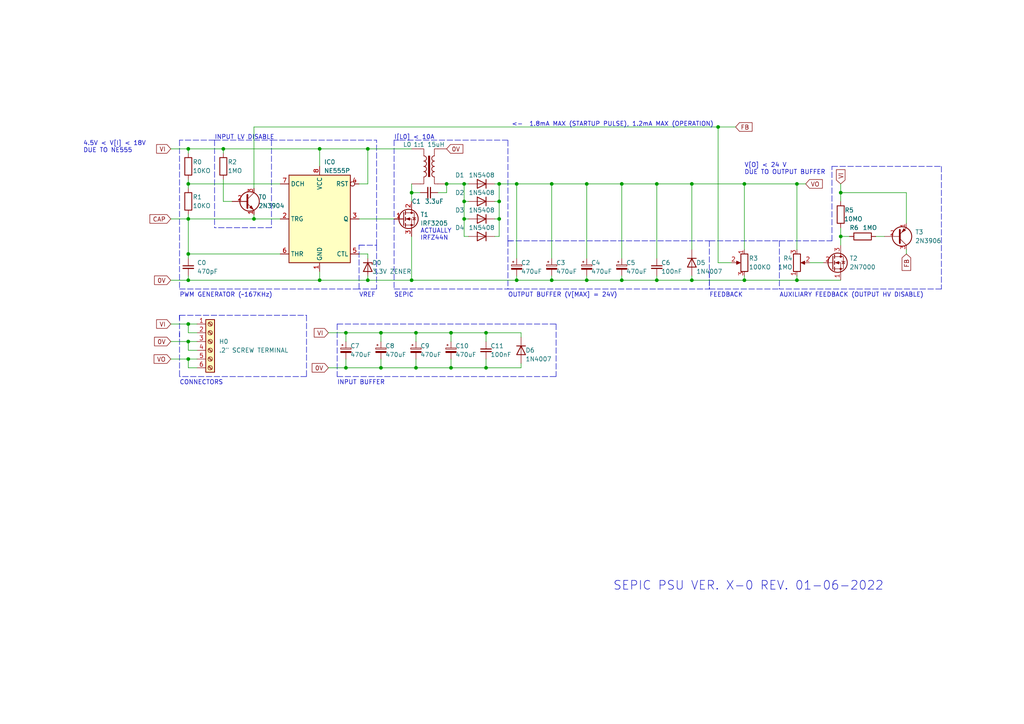
<source format=kicad_sch>
(kicad_sch (version 20211123) (generator eeschema)

  (uuid 6241da48-a043-44e0-a826-013c06f564e0)

  (paper "A4")

  (lib_symbols
    (symbol "2N7000_1" (pin_names hide) (in_bom yes) (on_board yes)
      (property "Reference" "Q?" (id 0) (at 6.35 1.2701 0)
        (effects (font (size 1.27 1.27)) (justify left))
      )
      (property "Value" "2N7000_1" (id 1) (at 6.35 -1.2699 0)
        (effects (font (size 1.27 1.27)) (justify left))
      )
      (property "Footprint" "Package_TO_SOT_THT:TO-92_Inline" (id 2) (at 5.08 -1.905 0)
        (effects (font (size 1.27 1.27) italic) (justify left) hide)
      )
      (property "Datasheet" "https://www.onsemi.com/pub/Collateral/NDS7002A-D.PDF" (id 3) (at 0 0 0)
        (effects (font (size 1.27 1.27)) (justify left) hide)
      )
      (property "ki_keywords" "N-Channel MOSFET Logic-Level" (id 4) (at 0 0 0)
        (effects (font (size 1.27 1.27)) hide)
      )
      (property "ki_description" "0.2A Id, 200V Vds, N-Channel MOSFET, 2.6V Logic Level, TO-92" (id 5) (at 0 0 0)
        (effects (font (size 1.27 1.27)) hide)
      )
      (property "ki_fp_filters" "TO?92*" (id 6) (at 0 0 0)
        (effects (font (size 1.27 1.27)) hide)
      )
      (symbol "2N7000_1_0_1"
        (polyline
          (pts
            (xy 0.254 0)
            (xy -2.54 0)
          )
          (stroke (width 0) (type default) (color 0 0 0 0))
          (fill (type none))
        )
        (polyline
          (pts
            (xy 0.254 1.905)
            (xy 0.254 -1.905)
          )
          (stroke (width 0.254) (type default) (color 0 0 0 0))
          (fill (type none))
        )
        (polyline
          (pts
            (xy 0.762 -1.27)
            (xy 0.762 -2.286)
          )
          (stroke (width 0.254) (type default) (color 0 0 0 0))
          (fill (type none))
        )
        (polyline
          (pts
            (xy 0.762 0.508)
            (xy 0.762 -0.508)
          )
          (stroke (width 0.254) (type default) (color 0 0 0 0))
          (fill (type none))
        )
        (polyline
          (pts
            (xy 0.762 2.286)
            (xy 0.762 1.27)
          )
          (stroke (width 0.254) (type default) (color 0 0 0 0))
          (fill (type none))
        )
        (polyline
          (pts
            (xy 2.54 2.54)
            (xy 2.54 1.778)
          )
          (stroke (width 0) (type default) (color 0 0 0 0))
          (fill (type none))
        )
        (polyline
          (pts
            (xy 2.54 -2.54)
            (xy 2.54 0)
            (xy 0.762 0)
          )
          (stroke (width 0) (type default) (color 0 0 0 0))
          (fill (type none))
        )
        (polyline
          (pts
            (xy 0.762 -1.778)
            (xy 3.302 -1.778)
            (xy 3.302 1.778)
            (xy 0.762 1.778)
          )
          (stroke (width 0) (type default) (color 0 0 0 0))
          (fill (type none))
        )
        (polyline
          (pts
            (xy 1.016 0)
            (xy 2.032 0.381)
            (xy 2.032 -0.381)
            (xy 1.016 0)
          )
          (stroke (width 0) (type default) (color 0 0 0 0))
          (fill (type outline))
        )
        (polyline
          (pts
            (xy 2.794 0.508)
            (xy 2.921 0.381)
            (xy 3.683 0.381)
            (xy 3.81 0.254)
          )
          (stroke (width 0) (type default) (color 0 0 0 0))
          (fill (type none))
        )
        (polyline
          (pts
            (xy 3.302 0.381)
            (xy 2.921 -0.254)
            (xy 3.683 -0.254)
            (xy 3.302 0.381)
          )
          (stroke (width 0) (type default) (color 0 0 0 0))
          (fill (type none))
        )
        (circle (center 1.651 0) (radius 2.794)
          (stroke (width 0.254) (type default) (color 0 0 0 0))
          (fill (type none))
        )
        (circle (center 2.54 -1.778) (radius 0.254)
          (stroke (width 0) (type default) (color 0 0 0 0))
          (fill (type outline))
        )
        (circle (center 2.54 1.778) (radius 0.254)
          (stroke (width 0) (type default) (color 0 0 0 0))
          (fill (type outline))
        )
      )
      (symbol "2N7000_1_1_1"
        (pin passive line (at 2.54 -5.08 90) (length 2.54)
          (name "S" (effects (font (size 1.27 1.27))))
          (number "1" (effects (font (size 1.27 1.27))))
        )
        (pin input line (at -2.54 0 0) (length 2.54)
          (name "G" (effects (font (size 1.27 1.27))))
          (number "2" (effects (font (size 1.27 1.27))))
        )
        (pin passive line (at 2.54 5.08 270) (length 2.54)
          (name "D" (effects (font (size 1.27 1.27))))
          (number "3" (effects (font (size 1.27 1.27))))
        )
      )
    )
    (symbol "C_Small_1" (pin_numbers hide) (pin_names (offset 0.254) hide) (in_bom yes) (on_board yes)
      (property "Reference" "C?" (id 0) (at 2.54 -1.2762 0)
        (effects (font (size 1.27 1.27)) (justify left))
      )
      (property "Value" "C_Small" (id 1) (at 2.54 -3.81 0)
        (effects (font (size 1.27 1.27)) (justify left))
      )
      (property "Footprint" "" (id 2) (at 0 -2.54 0)
        (effects (font (size 1.27 1.27)) hide)
      )
      (property "Datasheet" "~" (id 3) (at 0 -2.54 0)
        (effects (font (size 1.27 1.27)) hide)
      )
      (property "ki_keywords" "capacitor cap" (id 4) (at 0 0 0)
        (effects (font (size 1.27 1.27)) hide)
      )
      (property "ki_description" "Unpolarized capacitor, small symbol" (id 5) (at 0 0 0)
        (effects (font (size 1.27 1.27)) hide)
      )
      (property "ki_fp_filters" "C_*" (id 6) (at 0 0 0)
        (effects (font (size 1.27 1.27)) hide)
      )
      (symbol "C_Small_1_0_1"
        (polyline
          (pts
            (xy -1.524 -2.921)
            (xy 1.524 -2.921)
          )
          (stroke (width 0.3302) (type default) (color 0 0 0 0))
          (fill (type none))
        )
        (polyline
          (pts
            (xy -1.524 -2.159)
            (xy 1.524 -2.159)
          )
          (stroke (width 0.3048) (type default) (color 0 0 0 0))
          (fill (type none))
        )
      )
      (symbol "C_Small_1_1_1"
        (pin passive line (at 0 0 270) (length 2.032)
          (name "~" (effects (font (size 1.27 1.27))))
          (number "1" (effects (font (size 1.27 1.27))))
        )
        (pin passive line (at 0 -5.08 90) (length 2.032)
          (name "~" (effects (font (size 1.27 1.27))))
          (number "2" (effects (font (size 1.27 1.27))))
        )
      )
    )
    (symbol "Connector:Screw_Terminal_01x06" (pin_names (offset 1.016) hide) (in_bom yes) (on_board yes)
      (property "Reference" "H0" (id 0) (at 2.54 0.0001 0)
        (effects (font (size 1.27 1.27)) (justify left))
      )
      (property "Value" "5mm SCREW TERMINAL" (id 1) (at 2.54 -2.54 0)
        (effects (font (size 1.27 1.27)) (justify left))
      )
      (property "Footprint" "TerminalBlock:TerminalBlock_bornier-4_P5.08mm" (id 2) (at 1.27 -10.16 0)
        (effects (font (size 1.27 1.27)) hide)
      )
      (property "Datasheet" "~" (id 3) (at 0 0 0)
        (effects (font (size 1.27 1.27)) hide)
      )
      (property "ki_keywords" "screw terminal" (id 4) (at 0 0 0)
        (effects (font (size 1.27 1.27)) hide)
      )
      (property "ki_description" "Generic screw terminal, single row, 01x06, script generated (kicad-library-utils/schlib/autogen/connector/)" (id 5) (at 0 0 0)
        (effects (font (size 1.27 1.27)) hide)
      )
      (property "ki_fp_filters" "TerminalBlock*:*" (id 6) (at 0 0 0)
        (effects (font (size 1.27 1.27)) hide)
      )
      (symbol "Screw_Terminal_01x06_1_1"
        (rectangle (start -1.27 6.35) (end 1.27 -8.89)
          (stroke (width 0.254) (type default) (color 0 0 0 0))
          (fill (type background))
        )
        (circle (center 0 -7.62) (radius 0.635)
          (stroke (width 0.1524) (type default) (color 0 0 0 0))
          (fill (type none))
        )
        (circle (center 0 -5.08) (radius 0.635)
          (stroke (width 0.1524) (type default) (color 0 0 0 0))
          (fill (type none))
        )
        (circle (center 0 -2.54) (radius 0.635)
          (stroke (width 0.1524) (type default) (color 0 0 0 0))
          (fill (type none))
        )
        (polyline
          (pts
            (xy -0.5334 -7.2898)
            (xy 0.3302 -8.128)
          )
          (stroke (width 0.1524) (type default) (color 0 0 0 0))
          (fill (type none))
        )
        (polyline
          (pts
            (xy -0.5334 -4.7498)
            (xy 0.3302 -5.588)
          )
          (stroke (width 0.1524) (type default) (color 0 0 0 0))
          (fill (type none))
        )
        (polyline
          (pts
            (xy -0.5334 -2.2098)
            (xy 0.3302 -3.048)
          )
          (stroke (width 0.1524) (type default) (color 0 0 0 0))
          (fill (type none))
        )
        (polyline
          (pts
            (xy -0.5334 0.3302)
            (xy 0.3302 -0.508)
          )
          (stroke (width 0.1524) (type default) (color 0 0 0 0))
          (fill (type none))
        )
        (polyline
          (pts
            (xy -0.5334 2.8702)
            (xy 0.3302 2.032)
          )
          (stroke (width 0.1524) (type default) (color 0 0 0 0))
          (fill (type none))
        )
        (polyline
          (pts
            (xy -0.5334 5.4102)
            (xy 0.3302 4.572)
          )
          (stroke (width 0.1524) (type default) (color 0 0 0 0))
          (fill (type none))
        )
        (polyline
          (pts
            (xy -0.3556 -7.112)
            (xy 0.508 -7.9502)
          )
          (stroke (width 0.1524) (type default) (color 0 0 0 0))
          (fill (type none))
        )
        (polyline
          (pts
            (xy -0.3556 -4.572)
            (xy 0.508 -5.4102)
          )
          (stroke (width 0.1524) (type default) (color 0 0 0 0))
          (fill (type none))
        )
        (polyline
          (pts
            (xy -0.3556 -2.032)
            (xy 0.508 -2.8702)
          )
          (stroke (width 0.1524) (type default) (color 0 0 0 0))
          (fill (type none))
        )
        (polyline
          (pts
            (xy -0.3556 0.508)
            (xy 0.508 -0.3302)
          )
          (stroke (width 0.1524) (type default) (color 0 0 0 0))
          (fill (type none))
        )
        (polyline
          (pts
            (xy -0.3556 3.048)
            (xy 0.508 2.2098)
          )
          (stroke (width 0.1524) (type default) (color 0 0 0 0))
          (fill (type none))
        )
        (polyline
          (pts
            (xy -0.3556 5.588)
            (xy 0.508 4.7498)
          )
          (stroke (width 0.1524) (type default) (color 0 0 0 0))
          (fill (type none))
        )
        (circle (center 0 0) (radius 0.635)
          (stroke (width 0.1524) (type default) (color 0 0 0 0))
          (fill (type none))
        )
        (circle (center 0 2.54) (radius 0.635)
          (stroke (width 0.1524) (type default) (color 0 0 0 0))
          (fill (type none))
        )
        (circle (center 0 5.08) (radius 0.635)
          (stroke (width 0.1524) (type default) (color 0 0 0 0))
          (fill (type none))
        )
        (pin passive line (at -3.81 5.08 0) (length 2.54)
          (name "Pin_1" (effects (font (size 1.27 1.27))))
          (number "1" (effects (font (size 1.27 1.27))))
        )
        (pin passive line (at -3.81 2.54 0) (length 2.54)
          (name "Pin_2" (effects (font (size 1.27 1.27))))
          (number "2" (effects (font (size 1.27 1.27))))
        )
        (pin passive line (at -3.81 0 0) (length 2.54)
          (name "Pin_3" (effects (font (size 1.27 1.27))))
          (number "3" (effects (font (size 1.27 1.27))))
        )
        (pin passive line (at -3.81 -2.54 0) (length 2.54)
          (name "Pin_4" (effects (font (size 1.27 1.27))))
          (number "4" (effects (font (size 1.27 1.27))))
        )
        (pin passive line (at -3.81 -5.08 0) (length 2.54)
          (name "Pin_5" (effects (font (size 1.27 1.27))))
          (number "5" (effects (font (size 1.27 1.27))))
        )
        (pin passive line (at -3.81 -7.62 0) (length 2.54)
          (name "Pin_6" (effects (font (size 1.27 1.27))))
          (number "6" (effects (font (size 1.27 1.27))))
        )
      )
    )
    (symbol "Device:C_Polarized_Small" (pin_numbers hide) (pin_names (offset 0.254) hide) (in_bom yes) (on_board yes)
      (property "Reference" "C?" (id 0) (at 2.54 1.8162 0)
        (effects (font (size 1.27 1.27)) (justify left))
      )
      (property "Value" "C" (id 1) (at 2.54 -0.7238 0)
        (effects (font (size 1.27 1.27)) (justify left))
      )
      (property "Footprint" "" (id 2) (at 0 -2.54 0)
        (effects (font (size 1.27 1.27)) hide)
      )
      (property "Datasheet" "~" (id 3) (at 0 -2.54 0)
        (effects (font (size 1.27 1.27)) hide)
      )
      (property "ki_keywords" "cap capacitor" (id 4) (at 0 0 0)
        (effects (font (size 1.27 1.27)) hide)
      )
      (property "ki_description" "Polarized capacitor, small symbol" (id 5) (at 0 0 0)
        (effects (font (size 1.27 1.27)) hide)
      )
      (property "ki_fp_filters" "CP_*" (id 6) (at 0 0 0)
        (effects (font (size 1.27 1.27)) hide)
      )
      (symbol "C_Polarized_Small_0_1"
        (rectangle (start -1.524 -2.8448) (end 1.524 -3.2258)
          (stroke (width 0) (type default) (color 0 0 0 0))
          (fill (type outline))
        )
        (rectangle (start -1.524 -1.8542) (end 1.524 -2.2352)
          (stroke (width 0) (type default) (color 0 0 0 0))
          (fill (type none))
        )
        (polyline
          (pts
            (xy -1.27 -1.016)
            (xy -0.762 -1.016)
          )
          (stroke (width 0) (type default) (color 0 0 0 0))
          (fill (type none))
        )
        (polyline
          (pts
            (xy -1.016 -1.27)
            (xy -1.016 -0.762)
          )
          (stroke (width 0) (type default) (color 0 0 0 0))
          (fill (type none))
        )
      )
      (symbol "C_Polarized_Small_1_1"
        (pin passive line (at 0 0 270) (length 1.8542)
          (name "~" (effects (font (size 1.27 1.27))))
          (number "1" (effects (font (size 1.27 1.27))))
        )
        (pin passive line (at 0 -5.08 90) (length 1.8542)
          (name "~" (effects (font (size 1.27 1.27))))
          (number "2" (effects (font (size 1.27 1.27))))
        )
      )
    )
    (symbol "Device:D_Zener" (pin_numbers hide) (pin_names (offset 1.016) hide) (in_bom yes) (on_board yes)
      (property "Reference" "D?" (id 0) (at 1.27 -1.27 90)
        (effects (font (size 1.27 1.27)) (justify left))
      )
      (property "Value" "3.3V ZENER" (id 1) (at 1.27 -3.81 90)
        (effects (font (size 1.27 1.27)) (justify left))
      )
      (property "Footprint" "" (id 2) (at 0 -3.175 0)
        (effects (font (size 1.27 1.27)) hide)
      )
      (property "Datasheet" "~" (id 3) (at 0 -3.175 0)
        (effects (font (size 1.27 1.27)) hide)
      )
      (property "ki_keywords" "diode" (id 4) (at 0 0 0)
        (effects (font (size 1.27 1.27)) hide)
      )
      (property "ki_description" "Zener diode" (id 5) (at 0 0 0)
        (effects (font (size 1.27 1.27)) hide)
      )
      (property "ki_fp_filters" "TO-???* *_Diode_* *SingleDiode* D_*" (id 6) (at 0 0 0)
        (effects (font (size 1.27 1.27)) hide)
      )
      (symbol "D_Zener_0_1"
        (polyline
          (pts
            (xy 4.445 0)
            (xy 1.905 0)
          )
          (stroke (width 0) (type default) (color 0 0 0 0))
          (fill (type none))
        )
        (polyline
          (pts
            (xy 1.27 -1.27)
            (xy 1.27 1.27)
            (xy 1.778 1.27)
          )
          (stroke (width 0.254) (type default) (color 0 0 0 0))
          (fill (type none))
        )
        (polyline
          (pts
            (xy 3.81 -1.27)
            (xy 3.81 1.27)
            (xy 1.27 0)
            (xy 3.81 -1.27)
          )
          (stroke (width 0.254) (type default) (color 0 0 0 0))
          (fill (type none))
        )
      )
      (symbol "D_Zener_1_1"
        (pin passive line (at 0 0 0) (length 2.54)
          (name "K" (effects (font (size 1.27 1.27))))
          (number "1" (effects (font (size 1.27 1.27))))
        )
        (pin passive line (at 5.08 0 180) (length 2.54)
          (name "A" (effects (font (size 1.27 1.27))))
          (number "2" (effects (font (size 1.27 1.27))))
        )
      )
    )
    (symbol "Device:R" (pin_numbers hide) (pin_names (offset 0)) (in_bom yes) (on_board yes)
      (property "Reference" "R" (id 0) (at 2.032 0 90)
        (effects (font (size 1.27 1.27)))
      )
      (property "Value" "R" (id 1) (at 0 0 90)
        (effects (font (size 1.27 1.27)))
      )
      (property "Footprint" "" (id 2) (at -1.778 0 90)
        (effects (font (size 1.27 1.27)) hide)
      )
      (property "Datasheet" "~" (id 3) (at 0 0 0)
        (effects (font (size 1.27 1.27)) hide)
      )
      (property "ki_keywords" "R res resistor" (id 4) (at 0 0 0)
        (effects (font (size 1.27 1.27)) hide)
      )
      (property "ki_description" "Resistor" (id 5) (at 0 0 0)
        (effects (font (size 1.27 1.27)) hide)
      )
      (property "ki_fp_filters" "R_*" (id 6) (at 0 0 0)
        (effects (font (size 1.27 1.27)) hide)
      )
      (symbol "R_0_1"
        (rectangle (start -1.016 -2.54) (end 1.016 2.54)
          (stroke (width 0.254) (type default) (color 0 0 0 0))
          (fill (type none))
        )
      )
      (symbol "R_1_1"
        (pin passive line (at 0 3.81 270) (length 1.27)
          (name "~" (effects (font (size 1.27 1.27))))
          (number "1" (effects (font (size 1.27 1.27))))
        )
        (pin passive line (at 0 -3.81 90) (length 1.27)
          (name "~" (effects (font (size 1.27 1.27))))
          (number "2" (effects (font (size 1.27 1.27))))
        )
      )
    )
    (symbol "Device:R_Potentiometer" (pin_names (offset 1.016) hide) (in_bom yes) (on_board yes)
      (property "Reference" "RV" (id 0) (at -4.445 0 90)
        (effects (font (size 1.27 1.27)))
      )
      (property "Value" "R_Potentiometer" (id 1) (at -2.54 0 90)
        (effects (font (size 1.27 1.27)))
      )
      (property "Footprint" "" (id 2) (at 0 0 0)
        (effects (font (size 1.27 1.27)) hide)
      )
      (property "Datasheet" "~" (id 3) (at 0 0 0)
        (effects (font (size 1.27 1.27)) hide)
      )
      (property "ki_keywords" "resistor variable" (id 4) (at 0 0 0)
        (effects (font (size 1.27 1.27)) hide)
      )
      (property "ki_description" "Potentiometer" (id 5) (at 0 0 0)
        (effects (font (size 1.27 1.27)) hide)
      )
      (property "ki_fp_filters" "Potentiometer*" (id 6) (at 0 0 0)
        (effects (font (size 1.27 1.27)) hide)
      )
      (symbol "R_Potentiometer_0_1"
        (polyline
          (pts
            (xy 2.54 0)
            (xy 1.524 0)
          )
          (stroke (width 0) (type default) (color 0 0 0 0))
          (fill (type none))
        )
        (polyline
          (pts
            (xy 1.143 0)
            (xy 2.286 0.508)
            (xy 2.286 -0.508)
            (xy 1.143 0)
          )
          (stroke (width 0) (type default) (color 0 0 0 0))
          (fill (type outline))
        )
        (rectangle (start 1.016 2.54) (end -1.016 -2.54)
          (stroke (width 0.254) (type default) (color 0 0 0 0))
          (fill (type none))
        )
      )
      (symbol "R_Potentiometer_1_1"
        (pin passive line (at 0 3.81 270) (length 1.27)
          (name "1" (effects (font (size 1.27 1.27))))
          (number "1" (effects (font (size 1.27 1.27))))
        )
        (pin passive line (at 3.81 0 180) (length 1.27)
          (name "2" (effects (font (size 1.27 1.27))))
          (number "2" (effects (font (size 1.27 1.27))))
        )
        (pin passive line (at 0 -3.81 90) (length 1.27)
          (name "3" (effects (font (size 1.27 1.27))))
          (number "3" (effects (font (size 1.27 1.27))))
        )
      )
    )
    (symbol "Diode:1N4007" (pin_numbers hide) (pin_names (offset 1.016) hide) (in_bom yes) (on_board yes)
      (property "Reference" "D?" (id 0) (at 6.35 1.2701 90)
        (effects (font (size 1.27 1.27)) (justify left))
      )
      (property "Value" "1N4007" (id 1) (at 4.445 1.27 90)
        (effects (font (size 1.27 1.27)) (justify left))
      )
      (property "Footprint" "Diode_THT:D_DO-41_SOD81_P10.16mm_Horizontal" (id 2) (at -3.81 8.89 0)
        (effects (font (size 1.27 1.27)) hide)
      )
      (property "Datasheet" "http://www.vishay.com/docs/88503/1n4001.pdf" (id 3) (at 0 6.985 0)
        (effects (font (size 1.27 1.27)) hide)
      )
      (property "ki_keywords" "diode" (id 4) (at 0 0 0)
        (effects (font (size 1.27 1.27)) hide)
      )
      (property "ki_description" "1000V 1A General Purpose Rectifier Diode, DO-41" (id 5) (at 0 0 0)
        (effects (font (size 1.27 1.27)) hide)
      )
      (property "ki_fp_filters" "D*DO?41*" (id 6) (at 0 0 0)
        (effects (font (size 1.27 1.27)) hide)
      )
      (symbol "1N4007_0_1"
        (polyline
          (pts
            (xy 2.54 1.27)
            (xy 2.54 -1.27)
          )
          (stroke (width 0.254) (type default) (color 0 0 0 0))
          (fill (type none))
        )
        (polyline
          (pts
            (xy 5.08 0)
            (xy 2.54 0)
          )
          (stroke (width 0) (type default) (color 0 0 0 0))
          (fill (type none))
        )
        (polyline
          (pts
            (xy 5.08 1.27)
            (xy 5.08 -1.27)
            (xy 2.54 0)
            (xy 5.08 1.27)
          )
          (stroke (width 0.254) (type default) (color 0 0 0 0))
          (fill (type none))
        )
      )
      (symbol "1N4007_1_1"
        (pin passive line (at 0 0 0) (length 2.54)
          (name "K" (effects (font (size 1.27 1.27))))
          (number "1" (effects (font (size 1.27 1.27))))
        )
        (pin passive line (at 7.62 0 180) (length 2.54)
          (name "A" (effects (font (size 1.27 1.27))))
          (number "2" (effects (font (size 1.27 1.27))))
        )
      )
    )
    (symbol "Diode:1N5408" (pin_numbers hide) (pin_names (offset 1.016) hide) (in_bom yes) (on_board yes)
      (property "Reference" "D" (id 0) (at 0 2.54 0)
        (effects (font (size 1.27 1.27)))
      )
      (property "Value" "1N5408" (id 1) (at 0 -2.54 0)
        (effects (font (size 1.27 1.27)))
      )
      (property "Footprint" "Diode_THT:D_DO-201AD_P15.24mm_Horizontal" (id 2) (at 0 -4.445 0)
        (effects (font (size 1.27 1.27)) hide)
      )
      (property "Datasheet" "http://www.vishay.com/docs/88516/1n5400.pdf" (id 3) (at 0 0 0)
        (effects (font (size 1.27 1.27)) hide)
      )
      (property "ki_keywords" "diode" (id 4) (at 0 0 0)
        (effects (font (size 1.27 1.27)) hide)
      )
      (property "ki_description" "1000V 3A General Purpose Rectifier Diode, DO-201AD" (id 5) (at 0 0 0)
        (effects (font (size 1.27 1.27)) hide)
      )
      (property "ki_fp_filters" "D*DO?201AD*" (id 6) (at 0 0 0)
        (effects (font (size 1.27 1.27)) hide)
      )
      (symbol "1N5408_0_1"
        (polyline
          (pts
            (xy -1.27 1.27)
            (xy -1.27 -1.27)
          )
          (stroke (width 0.254) (type default) (color 0 0 0 0))
          (fill (type none))
        )
        (polyline
          (pts
            (xy 1.27 0)
            (xy -1.27 0)
          )
          (stroke (width 0) (type default) (color 0 0 0 0))
          (fill (type none))
        )
        (polyline
          (pts
            (xy 1.27 1.27)
            (xy 1.27 -1.27)
            (xy -1.27 0)
            (xy 1.27 1.27)
          )
          (stroke (width 0.254) (type default) (color 0 0 0 0))
          (fill (type none))
        )
      )
      (symbol "1N5408_1_1"
        (pin passive line (at -3.81 0 0) (length 2.54)
          (name "K" (effects (font (size 1.27 1.27))))
          (number "1" (effects (font (size 1.27 1.27))))
        )
        (pin passive line (at 3.81 0 180) (length 2.54)
          (name "A" (effects (font (size 1.27 1.27))))
          (number "2" (effects (font (size 1.27 1.27))))
        )
      )
    )
    (symbol "NE555P_1" (in_bom yes) (on_board yes)
      (property "Reference" "IC0" (id 0) (at 1.27 11.43 0)
        (effects (font (size 1.27 1.27)) (justify left))
      )
      (property "Value" "NE555P" (id 1) (at 1.27 8.89 0)
        (effects (font (size 1.27 1.27)) (justify left))
      )
      (property "Footprint" "Package_DIP:DIP-8_W7.62mm" (id 2) (at 36.83 -21.59 0)
        (effects (font (size 1.27 1.27)) hide)
      )
      (property "Datasheet" "http://www.ti.com/lit/ds/symlink/ne555.pdf" (id 3) (at 44.45 -19.05 0)
        (effects (font (size 1.27 1.27)) hide)
      )
      (property "ki_keywords" "single timer 555" (id 4) (at 0 0 0)
        (effects (font (size 1.27 1.27)) hide)
      )
      (property "ki_description" "Precision Timers, 555 compatible,  PDIP-8" (id 5) (at 0 0 0)
        (effects (font (size 1.27 1.27)) hide)
      )
      (property "ki_fp_filters" "DIP*W7.62mm*" (id 6) (at 0 0 0)
        (effects (font (size 1.27 1.27)) hide)
      )
      (symbol "NE555P_1_0_0"
        (pin power_in line (at 0 -20.32 90) (length 2.54)
          (name "GND" (effects (font (size 1.27 1.27))))
          (number "1" (effects (font (size 1.27 1.27))))
        )
        (pin power_in line (at 0 10.16 270) (length 2.54)
          (name "VCC" (effects (font (size 1.27 1.27))))
          (number "8" (effects (font (size 1.27 1.27))))
        )
      )
      (symbol "NE555P_1_0_1"
        (rectangle (start -8.89 7.62) (end 8.89 -17.78)
          (stroke (width 0.254) (type default) (color 0 0 0 0))
          (fill (type background))
        )
      )
      (symbol "NE555P_1_1_1"
        (pin input line (at -11.43 -5.08 0) (length 2.54)
          (name "TRG" (effects (font (size 1.27 1.27))))
          (number "2" (effects (font (size 1.27 1.27))))
        )
        (pin output line (at 11.43 -5.08 180) (length 2.54)
          (name "Q" (effects (font (size 1.27 1.27))))
          (number "3" (effects (font (size 1.27 1.27))))
        )
        (pin input inverted (at 11.43 5.08 180) (length 2.54)
          (name "RST" (effects (font (size 1.27 1.27))))
          (number "4" (effects (font (size 1.27 1.27))))
        )
        (pin input line (at 11.43 -15.24 180) (length 2.54)
          (name "CTL" (effects (font (size 1.27 1.27))))
          (number "5" (effects (font (size 1.27 1.27))))
        )
        (pin input line (at -11.43 -15.24 0) (length 2.54)
          (name "THR" (effects (font (size 1.27 1.27))))
          (number "6" (effects (font (size 1.27 1.27))))
        )
        (pin input line (at -11.43 5.08 0) (length 2.54)
          (name "DCH" (effects (font (size 1.27 1.27))))
          (number "7" (effects (font (size 1.27 1.27))))
        )
      )
    )
    (symbol "R_Potentiometer_1" (pin_names (offset 1.016) hide) (in_bom yes) (on_board yes)
      (property "Reference" "R3" (id 0) (at 1.27 -1.27 0)
        (effects (font (size 1.27 1.27)) (justify right))
      )
      (property "Value" "R_Potentiometer_1" (id 1) (at 1.27 1.27 0)
        (effects (font (size 1.27 1.27)) (justify right))
      )
      (property "Footprint" "MW:P_0" (id 2) (at 0 0 0)
        (effects (font (size 1.27 1.27)) hide)
      )
      (property "Datasheet" "~" (id 3) (at 0 0 0)
        (effects (font (size 1.27 1.27)) hide)
      )
      (property "ki_keywords" "resistor variable" (id 4) (at 0 0 0)
        (effects (font (size 1.27 1.27)) hide)
      )
      (property "ki_description" "Potentiometer" (id 5) (at 0 0 0)
        (effects (font (size 1.27 1.27)) hide)
      )
      (property "ki_fp_filters" "Potentiometer*" (id 6) (at 0 0 0)
        (effects (font (size 1.27 1.27)) hide)
      )
      (symbol "R_Potentiometer_1_0_1"
        (polyline
          (pts
            (xy 2.54 0)
            (xy 1.524 0)
          )
          (stroke (width 0) (type default) (color 0 0 0 0))
          (fill (type none))
        )
        (polyline
          (pts
            (xy 1.143 0)
            (xy 2.286 0.508)
            (xy 2.286 -0.508)
            (xy 1.143 0)
          )
          (stroke (width 0) (type default) (color 0 0 0 0))
          (fill (type outline))
        )
        (rectangle (start 1.016 2.54) (end -1.016 -2.54)
          (stroke (width 0.254) (type default) (color 0 0 0 0))
          (fill (type none))
        )
      )
      (symbol "R_Potentiometer_1_1_1"
        (pin passive line (at 0 -3.81 90) (length 1.27)
          (name "1" (effects (font (size 1.27 1.27))))
          (number "1" (effects (font (size 1.27 1.27))))
        )
        (pin passive line (at 3.81 0 180) (length 1.27)
          (name "2" (effects (font (size 1.27 1.27))))
          (number "2" (effects (font (size 1.27 1.27))))
        )
        (pin passive line (at 0 3.81 270) (length 1.27)
          (name "3" (effects (font (size 1.27 1.27))))
          (number "3" (effects (font (size 1.27 1.27))))
        )
      )
    )
    (symbol "Transformer:TRANSF1" (pin_numbers hide) (pin_names (offset 0)) (in_bom yes) (on_board yes)
      (property "Reference" "TR" (id 0) (at 0 6.35 0)
        (effects (font (size 1.27 1.27)))
      )
      (property "Value" "TRANSF1" (id 1) (at 0 -6.35 0)
        (effects (font (size 1.27 1.27)))
      )
      (property "Footprint" "" (id 2) (at 0 0 0)
        (effects (font (size 1.27 1.27)) hide)
      )
      (property "Datasheet" "" (id 3) (at 0 0 0)
        (effects (font (size 1.27 1.27)) hide)
      )
      (symbol "TRANSF1_0_1"
        (arc (start -1.524 -3.048) (mid -0.762 -2.286) (end -1.524 -1.524)
          (stroke (width 0.2032) (type default) (color 0 0 0 0))
          (fill (type none))
        )
        (arc (start -1.524 -1.524) (mid -0.762 -0.762) (end -1.524 0)
          (stroke (width 0.2032) (type default) (color 0 0 0 0))
          (fill (type none))
        )
        (arc (start -1.524 0) (mid -0.762 0.762) (end -1.524 1.524)
          (stroke (width 0.2032) (type default) (color 0 0 0 0))
          (fill (type none))
        )
        (arc (start -1.524 1.524) (mid -0.762 2.286) (end -1.524 3.048)
          (stroke (width 0.2032) (type default) (color 0 0 0 0))
          (fill (type none))
        )
        (rectangle (start -0.254 3.048) (end 0.254 -3.048)
          (stroke (width 0.0254) (type default) (color 0 0 0 0))
          (fill (type outline))
        )
        (polyline
          (pts
            (xy -2.54 5.08)
            (xy -1.524 5.08)
            (xy -1.524 3.048)
            (xy -1.524 3.048)
          )
          (stroke (width 0.1524) (type default) (color 0 0 0 0))
          (fill (type none))
        )
        (polyline
          (pts
            (xy -1.524 -3.048)
            (xy -1.524 -5.08)
            (xy -2.54 -5.08)
            (xy -2.54 -5.08)
          )
          (stroke (width 0.1524) (type default) (color 0 0 0 0))
          (fill (type none))
        )
        (polyline
          (pts
            (xy 1.524 3.048)
            (xy 1.524 5.08)
            (xy 2.54 5.08)
            (xy 2.54 5.08)
          )
          (stroke (width 0.1524) (type default) (color 0 0 0 0))
          (fill (type none))
        )
        (polyline
          (pts
            (xy 2.54 -5.08)
            (xy 1.524 -5.08)
            (xy 1.524 -3.048)
            (xy 1.524 -3.048)
          )
          (stroke (width 0.1524) (type default) (color 0 0 0 0))
          (fill (type none))
        )
        (arc (start 1.524 -1.524) (mid 0.762 -2.286) (end 1.524 -3.048)
          (stroke (width 0.2032) (type default) (color 0 0 0 0))
          (fill (type none))
        )
        (arc (start 1.524 0) (mid 0.762 -0.762) (end 1.524 -1.524)
          (stroke (width 0.2032) (type default) (color 0 0 0 0))
          (fill (type none))
        )
        (arc (start 1.524 1.524) (mid 0.762 0.762) (end 1.524 0)
          (stroke (width 0.2032) (type default) (color 0 0 0 0))
          (fill (type none))
        )
        (arc (start 1.524 3.048) (mid 0.762 2.286) (end 1.524 1.524)
          (stroke (width 0.2032) (type default) (color 0 0 0 0))
          (fill (type none))
        )
      )
      (symbol "TRANSF1_1_1"
        (pin passive line (at -5.08 5.08 0) (length 2.54)
          (name "~" (effects (font (size 1.27 1.27))))
          (number "1" (effects (font (size 1.27 1.27))))
        )
        (pin passive line (at -5.08 -5.08 0) (length 2.54)
          (name "~" (effects (font (size 1.27 1.27))))
          (number "2" (effects (font (size 1.27 1.27))))
        )
        (pin passive line (at 5.08 -5.08 180) (length 2.54)
          (name "~" (effects (font (size 1.27 1.27))))
          (number "3" (effects (font (size 1.27 1.27))))
        )
        (pin passive line (at 5.08 5.08 180) (length 2.54)
          (name "~" (effects (font (size 1.27 1.27))))
          (number "4" (effects (font (size 1.27 1.27))))
        )
      )
    )
    (symbol "Transistor_BJT:2N3904" (pin_names (offset 0) hide) (in_bom yes) (on_board yes)
      (property "Reference" "T0" (id 0) (at 3.81 1.27 0)
        (effects (font (size 1.27 1.27)) (justify left))
      )
      (property "Value" "2N3904" (id 1) (at 3.81 -1.27 0)
        (effects (font (size 1.27 1.27)) (justify left))
      )
      (property "Footprint" "Package_TO_SOT_THT:TO-92_Inline" (id 2) (at 5.08 -1.905 0)
        (effects (font (size 1.27 1.27) italic) (justify left) hide)
      )
      (property "Datasheet" "https://www.onsemi.com/pub/Collateral/2N3903-D.PDF" (id 3) (at 0 0 0)
        (effects (font (size 1.27 1.27)) (justify left) hide)
      )
      (property "ki_keywords" "NPN Transistor" (id 4) (at 0 0 0)
        (effects (font (size 1.27 1.27)) hide)
      )
      (property "ki_description" "0.2A Ic, 40V Vce, Small Signal NPN Transistor, TO-92" (id 5) (at 0 0 0)
        (effects (font (size 1.27 1.27)) hide)
      )
      (property "ki_fp_filters" "TO?92*" (id 6) (at 0 0 0)
        (effects (font (size 1.27 1.27)) hide)
      )
      (symbol "2N3904_0_1"
        (polyline
          (pts
            (xy 0.635 0.635)
            (xy 2.54 2.54)
          )
          (stroke (width 0) (type default) (color 0 0 0 0))
          (fill (type none))
        )
        (polyline
          (pts
            (xy 0.635 -0.635)
            (xy 2.54 -2.54)
            (xy 2.54 -2.54)
          )
          (stroke (width 0) (type default) (color 0 0 0 0))
          (fill (type none))
        )
        (polyline
          (pts
            (xy 0.635 1.905)
            (xy 0.635 -1.905)
            (xy 0.635 -1.905)
          )
          (stroke (width 0.508) (type default) (color 0 0 0 0))
          (fill (type none))
        )
        (polyline
          (pts
            (xy 1.27 -1.778)
            (xy 1.778 -1.27)
            (xy 2.286 -2.286)
            (xy 1.27 -1.778)
            (xy 1.27 -1.778)
          )
          (stroke (width 0) (type default) (color 0 0 0 0))
          (fill (type outline))
        )
        (circle (center 1.27 0) (radius 2.8194)
          (stroke (width 0.254) (type default) (color 0 0 0 0))
          (fill (type none))
        )
      )
      (symbol "2N3904_1_1"
        (pin passive line (at 2.54 -3.81 90) (length 1.27)
          (name "E" (effects (font (size 1.27 1.27))))
          (number "1" (effects (font (size 1.27 1.27))))
        )
        (pin passive line (at -3.81 0 0) (length 4.445)
          (name "B" (effects (font (size 1.27 1.27))))
          (number "2" (effects (font (size 1.27 1.27))))
        )
        (pin passive line (at 2.54 3.81 270) (length 1.27)
          (name "C" (effects (font (size 1.27 1.27))))
          (number "3" (effects (font (size 1.27 1.27))))
        )
      )
    )
    (symbol "Transistor_BJT:2N3906" (pin_names (offset 0) hide) (in_bom yes) (on_board yes)
      (property "Reference" "T?" (id 0) (at 3.81 1.27 0)
        (effects (font (size 1.27 1.27)) (justify left))
      )
      (property "Value" "2N3906" (id 1) (at 3.81 -1.27 0)
        (effects (font (size 1.27 1.27)) (justify left))
      )
      (property "Footprint" "Package_TO_SOT_THT:TO-92_Inline" (id 2) (at 5.08 -1.905 0)
        (effects (font (size 1.27 1.27) italic) (justify left) hide)
      )
      (property "Datasheet" "https://www.onsemi.com/pub/Collateral/2N3906-D.PDF" (id 3) (at 0 0 0)
        (effects (font (size 1.27 1.27)) (justify left) hide)
      )
      (property "ki_keywords" "PNP Transistor" (id 4) (at 0 0 0)
        (effects (font (size 1.27 1.27)) hide)
      )
      (property "ki_description" "-0.2A Ic, -40V Vce, Small Signal PNP Transistor, TO-92" (id 5) (at 0 0 0)
        (effects (font (size 1.27 1.27)) hide)
      )
      (property "ki_fp_filters" "TO?92*" (id 6) (at 0 0 0)
        (effects (font (size 1.27 1.27)) hide)
      )
      (symbol "2N3906_0_1"
        (polyline
          (pts
            (xy 0.635 0.635)
            (xy 2.54 2.54)
          )
          (stroke (width 0) (type default) (color 0 0 0 0))
          (fill (type none))
        )
        (polyline
          (pts
            (xy 0.635 -0.635)
            (xy 2.54 -2.54)
            (xy 2.54 -2.54)
          )
          (stroke (width 0) (type default) (color 0 0 0 0))
          (fill (type none))
        )
        (polyline
          (pts
            (xy 0.635 1.905)
            (xy 0.635 -1.905)
            (xy 0.635 -1.905)
          )
          (stroke (width 0.508) (type default) (color 0 0 0 0))
          (fill (type none))
        )
        (polyline
          (pts
            (xy 2.286 -1.778)
            (xy 1.778 -2.286)
            (xy 1.27 -1.27)
            (xy 2.286 -1.778)
            (xy 2.286 -1.778)
          )
          (stroke (width 0) (type default) (color 0 0 0 0))
          (fill (type outline))
        )
        (circle (center 1.27 0) (radius 2.8194)
          (stroke (width 0.254) (type default) (color 0 0 0 0))
          (fill (type none))
        )
      )
      (symbol "2N3906_1_1"
        (pin passive line (at 2.54 -3.81 90) (length 1.27)
          (name "E" (effects (font (size 1.27 1.27))))
          (number "1" (effects (font (size 1.27 1.27))))
        )
        (pin input line (at -3.81 0 0) (length 4.445)
          (name "B" (effects (font (size 1.27 1.27))))
          (number "2" (effects (font (size 1.27 1.27))))
        )
        (pin passive line (at 2.54 3.81 270) (length 1.27)
          (name "C" (effects (font (size 1.27 1.27))))
          (number "3" (effects (font (size 1.27 1.27))))
        )
      )
    )
    (symbol "Transistor_FET:IRF3205" (pin_names hide) (in_bom yes) (on_board yes)
      (property "Reference" "T1" (id 0) (at 5.08 1.27 0)
        (effects (font (size 1.27 1.27)) (justify left))
      )
      (property "Value" "IRF3205" (id 1) (at 5.08 -1.27 0)
        (effects (font (size 1.27 1.27)) (justify left))
      )
      (property "Footprint" "MW:TO-220-3_Horizontal_TabDown" (id 2) (at 6.35 -1.905 0)
        (effects (font (size 1.27 1.27) italic) (justify left) hide)
      )
      (property "Datasheet" "http://www.irf.com/product-info/datasheets/data/irf3205.pdf" (id 3) (at 0 0 0)
        (effects (font (size 1.27 1.27)) (justify left) hide)
      )
      (property "ki_keywords" "Single N-Channel HEXFET Power MOSFET" (id 4) (at 0 0 0)
        (effects (font (size 1.27 1.27)) hide)
      )
      (property "ki_description" "110A Id, 55V Vds, Single N-Channel HEXFET Power MOSFET, 8mOhm Ron, TO-220AB" (id 5) (at 0 0 0)
        (effects (font (size 1.27 1.27)) hide)
      )
      (property "ki_fp_filters" "TO?220*" (id 6) (at 0 0 0)
        (effects (font (size 1.27 1.27)) hide)
      )
      (symbol "IRF3205_0_1"
        (polyline
          (pts
            (xy 0.254 0)
            (xy -2.54 0)
          )
          (stroke (width 0) (type default) (color 0 0 0 0))
          (fill (type none))
        )
        (polyline
          (pts
            (xy 0.254 1.905)
            (xy 0.254 -1.905)
          )
          (stroke (width 0.254) (type default) (color 0 0 0 0))
          (fill (type none))
        )
        (polyline
          (pts
            (xy 0.762 -1.27)
            (xy 0.762 -2.286)
          )
          (stroke (width 0.254) (type default) (color 0 0 0 0))
          (fill (type none))
        )
        (polyline
          (pts
            (xy 0.762 0.508)
            (xy 0.762 -0.508)
          )
          (stroke (width 0.254) (type default) (color 0 0 0 0))
          (fill (type none))
        )
        (polyline
          (pts
            (xy 0.762 2.286)
            (xy 0.762 1.27)
          )
          (stroke (width 0.254) (type default) (color 0 0 0 0))
          (fill (type none))
        )
        (polyline
          (pts
            (xy 2.54 2.54)
            (xy 2.54 1.778)
          )
          (stroke (width 0) (type default) (color 0 0 0 0))
          (fill (type none))
        )
        (polyline
          (pts
            (xy 2.54 -2.54)
            (xy 2.54 0)
            (xy 0.762 0)
          )
          (stroke (width 0) (type default) (color 0 0 0 0))
          (fill (type none))
        )
        (polyline
          (pts
            (xy 0.762 -1.778)
            (xy 3.302 -1.778)
            (xy 3.302 1.778)
            (xy 0.762 1.778)
          )
          (stroke (width 0) (type default) (color 0 0 0 0))
          (fill (type none))
        )
        (polyline
          (pts
            (xy 1.016 0)
            (xy 2.032 0.381)
            (xy 2.032 -0.381)
            (xy 1.016 0)
          )
          (stroke (width 0) (type default) (color 0 0 0 0))
          (fill (type outline))
        )
        (polyline
          (pts
            (xy 2.794 0.508)
            (xy 2.921 0.381)
            (xy 3.683 0.381)
            (xy 3.81 0.254)
          )
          (stroke (width 0) (type default) (color 0 0 0 0))
          (fill (type none))
        )
        (polyline
          (pts
            (xy 3.302 0.381)
            (xy 2.921 -0.254)
            (xy 3.683 -0.254)
            (xy 3.302 0.381)
          )
          (stroke (width 0) (type default) (color 0 0 0 0))
          (fill (type none))
        )
        (circle (center 1.651 0) (radius 2.794)
          (stroke (width 0.254) (type default) (color 0 0 0 0))
          (fill (type none))
        )
        (circle (center 2.54 -1.778) (radius 0.254)
          (stroke (width 0) (type default) (color 0 0 0 0))
          (fill (type outline))
        )
        (circle (center 2.54 1.778) (radius 0.254)
          (stroke (width 0) (type default) (color 0 0 0 0))
          (fill (type outline))
        )
      )
      (symbol "IRF3205_1_1"
        (pin input line (at -2.54 0 0) (length 2.54)
          (name "G" (effects (font (size 1.27 1.27))))
          (number "1" (effects (font (size 1.27 1.27))))
        )
        (pin passive line (at 2.54 5.08 270) (length 2.54)
          (name "D" (effects (font (size 1.27 1.27))))
          (number "2" (effects (font (size 1.27 1.27))))
        )
        (pin passive line (at 2.54 -5.08 90) (length 2.54)
          (name "S" (effects (font (size 1.27 1.27))))
          (number "3" (effects (font (size 1.27 1.27))))
        )
      )
    )
  )

  (junction (at 119.38 81.28) (diameter 0) (color 0 0 0 0)
    (uuid 0367f78e-d358-4b64-93c9-8b02615765ec)
  )
  (junction (at 73.66 63.5) (diameter 0) (color 0 0 0 0)
    (uuid 094dc61d-0c3c-4d19-ae62-0dd83049b066)
  )
  (junction (at 180.34 81.28) (diameter 0) (color 0 0 0 0)
    (uuid 0c786dc4-52ad-4ed5-b03f-2d6847d65a45)
  )
  (junction (at 200.66 81.28) (diameter 0) (color 0 0 0 0)
    (uuid 0e33d70f-f3e7-402b-8322-ac2f676355b5)
  )
  (junction (at 160.02 81.28) (diameter 0) (color 0 0 0 0)
    (uuid 0fa9d8e0-f86b-467e-a658-735787770ec8)
  )
  (junction (at 54.61 93.98) (diameter 0) (color 0 0 0 0)
    (uuid 164844e5-33f8-4a8e-919a-9bdc678f5147)
  )
  (junction (at 54.61 81.28) (diameter 0) (color 0 0 0 0)
    (uuid 22bd459d-49fb-41e4-abc0-7319d3265d91)
  )
  (junction (at 170.18 53.34) (diameter 0) (color 0 0 0 0)
    (uuid 26591c1b-5310-42a0-9c6e-f21879e010ba)
  )
  (junction (at 243.84 68.58) (diameter 0) (color 0 0 0 0)
    (uuid 2a62f7e4-4a12-4b4e-aa31-70e6403fc30c)
  )
  (junction (at 140.97 96.52) (diameter 0) (color 0 0 0 0)
    (uuid 2e42d8ab-0882-44ff-b97e-901b15baa226)
  )
  (junction (at 110.49 106.68) (diameter 0) (color 0 0 0 0)
    (uuid 2e531d27-fc0f-4094-a6f3-3ee3440c3aa4)
  )
  (junction (at 149.86 81.28) (diameter 0) (color 0 0 0 0)
    (uuid 33326767-a1cb-4fac-aae8-3d671417d772)
  )
  (junction (at 92.71 43.18) (diameter 0) (color 0 0 0 0)
    (uuid 33b2dc4d-be01-44da-af3c-bbce38b39811)
  )
  (junction (at 106.68 81.28) (diameter 0) (color 0 0 0 0)
    (uuid 36fd3c53-6588-4fc7-8aba-43ee37b2fcab)
  )
  (junction (at 106.68 43.18) (diameter 0) (color 0 0 0 0)
    (uuid 3db315b6-8d44-4c74-85fc-eacc3dad082d)
  )
  (junction (at 200.66 53.34) (diameter 0) (color 0 0 0 0)
    (uuid 3e4f548b-2548-4776-b0ab-d8a29f623cb1)
  )
  (junction (at 149.86 53.34) (diameter 0) (color 0 0 0 0)
    (uuid 459d73a5-1803-46d0-aa58-be0fb82abb37)
  )
  (junction (at 190.5 81.28) (diameter 0) (color 0 0 0 0)
    (uuid 460590c6-6835-42dd-84f5-e882fe863e83)
  )
  (junction (at 231.14 53.34) (diameter 0) (color 0 0 0 0)
    (uuid 469b53a5-6362-4092-8482-d09e5732cf24)
  )
  (junction (at 100.33 106.68) (diameter 0) (color 0 0 0 0)
    (uuid 588adac1-5375-4836-8bab-865fe3c5d92b)
  )
  (junction (at 130.81 106.68) (diameter 0) (color 0 0 0 0)
    (uuid 58b7573e-0a42-4943-868c-47898b1fcc09)
  )
  (junction (at 160.02 53.34) (diameter 0) (color 0 0 0 0)
    (uuid 5e35e39b-d7bf-4b0f-8cdd-623c4d2d708b)
  )
  (junction (at 54.61 63.5) (diameter 0) (color 0 0 0 0)
    (uuid 66f11008-63bf-47bc-9b1c-d4ba222c46b8)
  )
  (junction (at 54.61 99.06) (diameter 0) (color 0 0 0 0)
    (uuid 68d79032-c01e-42e7-a545-c0c1e7df1470)
  )
  (junction (at 170.18 81.28) (diameter 0) (color 0 0 0 0)
    (uuid 69df15d6-0103-4ca0-8aa3-fb832426d0db)
  )
  (junction (at 134.62 63.5) (diameter 0) (color 0 0 0 0)
    (uuid 6b730da0-1b4d-4216-85c8-593a33a1ffb4)
  )
  (junction (at 243.84 55.88) (diameter 0) (color 0 0 0 0)
    (uuid 76a8f73b-17fb-4036-b32b-eaf5c8b8eafb)
  )
  (junction (at 130.81 96.52) (diameter 0) (color 0 0 0 0)
    (uuid 7d196b9f-bfd7-4311-95e7-b800d68dae51)
  )
  (junction (at 120.65 96.52) (diameter 0) (color 0 0 0 0)
    (uuid 83ded398-b9a7-4800-8071-fa9a60df8102)
  )
  (junction (at 134.62 58.42) (diameter 0) (color 0 0 0 0)
    (uuid 8606fbd0-f0a3-4901-b001-ee37d17a14a2)
  )
  (junction (at 54.61 104.14) (diameter 0) (color 0 0 0 0)
    (uuid 89d784fe-b92f-456b-aaf2-1397fc7b66e8)
  )
  (junction (at 129.54 53.34) (diameter 0) (color 0 0 0 0)
    (uuid 94a53f94-2f87-470d-b15e-ba3c248e4d93)
  )
  (junction (at 190.5 53.34) (diameter 0) (color 0 0 0 0)
    (uuid 9eb8b685-6b8a-447a-83ea-6ad89e8cc111)
  )
  (junction (at 180.34 53.34) (diameter 0) (color 0 0 0 0)
    (uuid afd54cab-01e3-4dee-8c01-dd0c68d708e9)
  )
  (junction (at 54.61 43.18) (diameter 0) (color 0 0 0 0)
    (uuid b4fb7fc2-0628-4faf-b0b9-8bfb2cada8a6)
  )
  (junction (at 119.38 55.88) (diameter 0) (color 0 0 0 0)
    (uuid b75ee3d4-2bd4-478a-8e2e-7c7819c655ed)
  )
  (junction (at 144.78 58.42) (diameter 0) (color 0 0 0 0)
    (uuid b8336e72-a660-45bd-b76e-5cddd0d69415)
  )
  (junction (at 140.97 106.68) (diameter 0) (color 0 0 0 0)
    (uuid b859d5b5-0638-49b7-add4-c03f5ab7bb43)
  )
  (junction (at 144.78 53.34) (diameter 0) (color 0 0 0 0)
    (uuid ba1eaade-2258-43b7-a799-da16eb2d6d8f)
  )
  (junction (at 120.65 106.68) (diameter 0) (color 0 0 0 0)
    (uuid be8f9cb1-672d-43f4-aae7-54664bcb94d6)
  )
  (junction (at 208.28 36.83) (diameter 0) (color 0 0 0 0)
    (uuid c1a7876f-511c-4659-a17f-b5a2132cca76)
  )
  (junction (at 231.14 81.28) (diameter 0) (color 0 0 0 0)
    (uuid c3fcb151-90a0-4544-bd8e-6ecb9099dc7a)
  )
  (junction (at 215.9 53.34) (diameter 0) (color 0 0 0 0)
    (uuid d0d6a4a2-fd5a-4dd2-bc11-7431b8a5f332)
  )
  (junction (at 64.77 43.18) (diameter 0) (color 0 0 0 0)
    (uuid d0ebf0ce-9129-45d0-8940-7343fed559e6)
  )
  (junction (at 110.49 96.52) (diameter 0) (color 0 0 0 0)
    (uuid d46d0f61-cdb4-402c-8804-74ab95d45da6)
  )
  (junction (at 100.33 96.52) (diameter 0) (color 0 0 0 0)
    (uuid db5be425-e091-4324-bdbd-c70279c1404d)
  )
  (junction (at 54.61 53.34) (diameter 0) (color 0 0 0 0)
    (uuid e2aabff8-aa02-436e-985b-2c5f7197fb27)
  )
  (junction (at 92.71 81.28) (diameter 0) (color 0 0 0 0)
    (uuid f041c428-f272-4730-9cfc-0b1e3fda8133)
  )
  (junction (at 134.62 53.34) (diameter 0) (color 0 0 0 0)
    (uuid f461d114-5329-4264-b3c8-ac6a1833178f)
  )
  (junction (at 144.78 63.5) (diameter 0) (color 0 0 0 0)
    (uuid f7c91ee4-632a-4f1d-bfc3-cb5c94d966fe)
  )
  (junction (at 54.61 73.66) (diameter 0) (color 0 0 0 0)
    (uuid f96f31d0-9680-4017-8c43-5851f3525e04)
  )
  (junction (at 215.9 81.28) (diameter 0) (color 0 0 0 0)
    (uuid fc5513e5-3d9c-4534-91fe-b726f6a91d77)
  )

  (wire (pts (xy 208.28 36.83) (xy 213.36 36.83))
    (stroke (width 0) (type default) (color 0 0 0 0))
    (uuid 001a6533-25af-4133-80bf-a5751f9807c1)
  )
  (wire (pts (xy 215.9 53.34) (xy 231.14 53.34))
    (stroke (width 0) (type default) (color 0 0 0 0))
    (uuid 002cca8b-dab5-4871-93cd-c100ab1b915b)
  )
  (polyline (pts (xy 147.32 40.64) (xy 114.3 40.64))
    (stroke (width 0) (type default) (color 0 0 0 0))
    (uuid 02b0b4a9-af34-49a5-9fbe-ca3465c16a4b)
  )

  (wire (pts (xy 64.77 43.18) (xy 92.71 43.18))
    (stroke (width 0) (type default) (color 0 0 0 0))
    (uuid 03a0cf47-7162-47c4-9d08-2e4113baa67b)
  )
  (polyline (pts (xy 97.79 93.98) (xy 97.79 109.22))
    (stroke (width 0) (type default) (color 0 0 0 0))
    (uuid 0464d5ed-1b96-4c63-bcda-6f0baec0a111)
  )
  (polyline (pts (xy 52.07 91.44) (xy 52.07 109.22))
    (stroke (width 0) (type default) (color 0 0 0 0))
    (uuid 0493678b-cc44-4cf0-b9be-38a1d9b7e2b3)
  )

  (wire (pts (xy 73.66 63.5) (xy 73.66 62.23))
    (stroke (width 0) (type default) (color 0 0 0 0))
    (uuid 05696575-2ce2-4c8e-ad20-02796fcd1433)
  )
  (wire (pts (xy 160.02 53.34) (xy 160.02 74.93))
    (stroke (width 0) (type default) (color 0 0 0 0))
    (uuid 0747aa35-9275-422f-9427-eb99ab7055a3)
  )
  (polyline (pts (xy 161.29 93.98) (xy 161.29 109.22))
    (stroke (width 0) (type default) (color 0 0 0 0))
    (uuid 0830a5b2-f7eb-41b9-ae2e-bc448c693d29)
  )

  (wire (pts (xy 190.5 74.93) (xy 190.5 53.34))
    (stroke (width 0) (type default) (color 0 0 0 0))
    (uuid 08baa216-3c27-42aa-a4e4-286252070312)
  )
  (wire (pts (xy 208.28 36.83) (xy 208.28 76.2))
    (stroke (width 0) (type default) (color 0 0 0 0))
    (uuid 09682a56-fc77-4f38-bd26-91cd5125926e)
  )
  (wire (pts (xy 135.89 63.5) (xy 134.62 63.5))
    (stroke (width 0) (type default) (color 0 0 0 0))
    (uuid 09881b75-99ea-48e4-9343-6035ecbed2e9)
  )
  (wire (pts (xy 54.61 96.52) (xy 54.61 93.98))
    (stroke (width 0) (type default) (color 0 0 0 0))
    (uuid 09ea4c1b-3b14-4773-84e9-ed9f05781340)
  )
  (wire (pts (xy 73.66 63.5) (xy 81.28 63.5))
    (stroke (width 0) (type default) (color 0 0 0 0))
    (uuid 0b23a345-7e80-480b-90a0-34d30700fea0)
  )
  (wire (pts (xy 134.62 53.34) (xy 134.62 58.42))
    (stroke (width 0) (type default) (color 0 0 0 0))
    (uuid 0b2d026c-442d-4c36-9214-2f91e7325077)
  )
  (wire (pts (xy 243.84 66.04) (xy 243.84 68.58))
    (stroke (width 0) (type default) (color 0 0 0 0))
    (uuid 0c5fabc3-e9a8-40d8-8d19-680431afc2f5)
  )
  (polyline (pts (xy 62.23 40.64) (xy 78.74 40.64))
    (stroke (width 0) (type default) (color 0 0 0 0))
    (uuid 0cf5128c-e217-48c5-8f79-0662f10a805a)
  )
  (polyline (pts (xy 52.07 92.71) (xy 52.07 91.44))
    (stroke (width 0) (type default) (color 0 0 0 0))
    (uuid 0d13f7a2-df60-4c91-8571-2ba938884f9e)
  )
  (polyline (pts (xy 109.22 71.12) (xy 109.22 83.82))
    (stroke (width 0) (type default) (color 0 0 0 0))
    (uuid 129e761d-c30b-493f-b959-af1e6d64ec11)
  )

  (wire (pts (xy 200.66 80.01) (xy 200.66 81.28))
    (stroke (width 0) (type default) (color 0 0 0 0))
    (uuid 14072322-3218-4d43-bc5b-a05635d8f3e3)
  )
  (wire (pts (xy 110.49 96.52) (xy 110.49 99.06))
    (stroke (width 0) (type default) (color 0 0 0 0))
    (uuid 155e7663-1a80-4c25-bf5d-1343078cea60)
  )
  (wire (pts (xy 110.49 96.52) (xy 120.65 96.52))
    (stroke (width 0) (type default) (color 0 0 0 0))
    (uuid 17243667-fe3c-41c5-9f79-1221c8f0bb56)
  )
  (polyline (pts (xy 241.3 48.26) (xy 273.05 48.26))
    (stroke (width 0) (type default) (color 0 0 0 0))
    (uuid 174e559e-0441-4954-928b-5bc9c6bc96f3)
  )

  (wire (pts (xy 180.34 81.28) (xy 190.5 81.28))
    (stroke (width 0) (type default) (color 0 0 0 0))
    (uuid 18e6ec0a-02e2-4f57-8016-1e16241176e1)
  )
  (wire (pts (xy 200.66 81.28) (xy 215.9 81.28))
    (stroke (width 0) (type default) (color 0 0 0 0))
    (uuid 190bd232-d41f-42ce-9ce6-0d533e955b58)
  )
  (wire (pts (xy 120.65 96.52) (xy 130.81 96.52))
    (stroke (width 0) (type default) (color 0 0 0 0))
    (uuid 19c59a9f-1093-407a-9402-568ceb04cb1a)
  )
  (wire (pts (xy 106.68 73.66) (xy 106.68 74.93))
    (stroke (width 0) (type default) (color 0 0 0 0))
    (uuid 1a006133-a43f-4858-846b-5facffc8d023)
  )
  (polyline (pts (xy 52.07 83.82) (xy 104.14 83.82))
    (stroke (width 0) (type default) (color 0 0 0 0))
    (uuid 1bdb6751-ac6c-47b8-998e-853c39a5a061)
  )

  (wire (pts (xy 129.54 53.34) (xy 134.62 53.34))
    (stroke (width 0) (type default) (color 0 0 0 0))
    (uuid 1ce82a1d-532b-4503-afbe-a7bbfb8b8bbe)
  )
  (wire (pts (xy 180.34 53.34) (xy 190.5 53.34))
    (stroke (width 0) (type default) (color 0 0 0 0))
    (uuid 1d0cc47c-836c-4bee-a3e9-37896e6acc39)
  )
  (wire (pts (xy 49.53 104.14) (xy 54.61 104.14))
    (stroke (width 0) (type default) (color 0 0 0 0))
    (uuid 24eecc41-2352-4c89-bcf6-b852b629dd09)
  )
  (wire (pts (xy 95.25 96.52) (xy 100.33 96.52))
    (stroke (width 0) (type default) (color 0 0 0 0))
    (uuid 2536cb0d-c6a9-4b50-9a51-65dcc29a6ce5)
  )
  (wire (pts (xy 64.77 43.18) (xy 64.77 44.45))
    (stroke (width 0) (type default) (color 0 0 0 0))
    (uuid 26379d88-33c5-484d-97f5-db71f4950c91)
  )
  (polyline (pts (xy 273.05 83.82) (xy 226.06 83.82))
    (stroke (width 0) (type default) (color 0 0 0 0))
    (uuid 2733a655-db42-498b-a705-184e4fe256a3)
  )

  (wire (pts (xy 143.51 63.5) (xy 144.78 63.5))
    (stroke (width 0) (type default) (color 0 0 0 0))
    (uuid 291fa5f1-ca47-4a09-a654-adc32fed70b6)
  )
  (wire (pts (xy 149.86 80.01) (xy 149.86 81.28))
    (stroke (width 0) (type default) (color 0 0 0 0))
    (uuid 2a8e6136-8be0-4a91-86dc-7691d1902ada)
  )
  (wire (pts (xy 54.61 104.14) (xy 57.15 104.14))
    (stroke (width 0) (type default) (color 0 0 0 0))
    (uuid 2adc6650-f3b5-4984-b30d-8a5093c909d3)
  )
  (wire (pts (xy 151.13 106.68) (xy 151.13 105.41))
    (stroke (width 0) (type default) (color 0 0 0 0))
    (uuid 2d0c3a72-e378-44c5-b79f-ab7c52e364e5)
  )
  (wire (pts (xy 129.54 53.34) (xy 129.54 55.88))
    (stroke (width 0) (type default) (color 0 0 0 0))
    (uuid 2f29bea3-ce27-436f-895d-51e553757001)
  )
  (polyline (pts (xy 109.22 71.12) (xy 109.22 40.64))
    (stroke (width 0) (type default) (color 0 0 0 0))
    (uuid 2f676fad-84e7-429b-bec3-f9fa9fe5c45b)
  )

  (wire (pts (xy 54.61 80.01) (xy 54.61 81.28))
    (stroke (width 0) (type default) (color 0 0 0 0))
    (uuid 2fc1880f-bb86-4d00-ac7e-86cc862ef3ed)
  )
  (wire (pts (xy 160.02 81.28) (xy 170.18 81.28))
    (stroke (width 0) (type default) (color 0 0 0 0))
    (uuid 31559086-6058-4a85-99ae-2c76a9ca83ac)
  )
  (wire (pts (xy 231.14 53.34) (xy 231.14 72.39))
    (stroke (width 0) (type default) (color 0 0 0 0))
    (uuid 3175d492-723d-4038-8b05-68ce2a5b3b7f)
  )
  (polyline (pts (xy 226.06 69.85) (xy 226.06 81.28))
    (stroke (width 0) (type default) (color 0 0 0 0))
    (uuid 3229846c-31c6-4134-a5c2-62e89afdd17e)
  )
  (polyline (pts (xy 147.32 69.85) (xy 148.59 69.85))
    (stroke (width 0) (type default) (color 0 0 0 0))
    (uuid 32d2d386-c6f2-45b9-a65f-8d2c5fb2cad4)
  )

  (wire (pts (xy 130.81 104.14) (xy 130.81 106.68))
    (stroke (width 0) (type default) (color 0 0 0 0))
    (uuid 33911ea0-a9ef-4029-be4e-1534e72981fa)
  )
  (wire (pts (xy 119.38 55.88) (xy 119.38 58.42))
    (stroke (width 0) (type default) (color 0 0 0 0))
    (uuid 33c32eb6-2a91-4ba0-befd-b7759d996a03)
  )
  (wire (pts (xy 200.66 53.34) (xy 200.66 72.39))
    (stroke (width 0) (type default) (color 0 0 0 0))
    (uuid 3445bb90-7eed-4e75-b4df-b727ab548abc)
  )
  (wire (pts (xy 200.66 53.34) (xy 215.9 53.34))
    (stroke (width 0) (type default) (color 0 0 0 0))
    (uuid 347c5506-e6fb-4019-a8e2-8d4a486e7d28)
  )
  (wire (pts (xy 160.02 53.34) (xy 170.18 53.34))
    (stroke (width 0) (type default) (color 0 0 0 0))
    (uuid 3619714f-8eab-41aa-99e9-3b0e8cf30d6f)
  )
  (wire (pts (xy 49.53 63.5) (xy 54.61 63.5))
    (stroke (width 0) (type default) (color 0 0 0 0))
    (uuid 3a7740db-3d19-4908-adec-ae0ea564ba9d)
  )
  (wire (pts (xy 151.13 96.52) (xy 151.13 97.79))
    (stroke (width 0) (type default) (color 0 0 0 0))
    (uuid 3b9b291f-a58b-4a60-85f9-f09629fd8eeb)
  )
  (wire (pts (xy 64.77 58.42) (xy 67.31 58.42))
    (stroke (width 0) (type default) (color 0 0 0 0))
    (uuid 441c8171-7d6d-484d-8dd0-92e7c16c2eab)
  )
  (wire (pts (xy 54.61 63.5) (xy 73.66 63.5))
    (stroke (width 0) (type default) (color 0 0 0 0))
    (uuid 4569c046-3d89-4028-8b11-feeb14c0947c)
  )
  (polyline (pts (xy 88.9 109.22) (xy 52.07 109.22))
    (stroke (width 0) (type default) (color 0 0 0 0))
    (uuid 45adb3fe-ec96-463c-966a-3a587f5ab546)
  )

  (wire (pts (xy 49.53 81.28) (xy 54.61 81.28))
    (stroke (width 0) (type default) (color 0 0 0 0))
    (uuid 48bd2c74-b679-47cb-92dc-3735d207b6aa)
  )
  (wire (pts (xy 170.18 53.34) (xy 180.34 53.34))
    (stroke (width 0) (type default) (color 0 0 0 0))
    (uuid 4a6f2ada-b24b-4131-a38c-739749fd6ff7)
  )
  (polyline (pts (xy 88.9 91.44) (xy 88.9 109.22))
    (stroke (width 0) (type default) (color 0 0 0 0))
    (uuid 4abe395f-888e-449c-9fa6-e7453eb5c827)
  )

  (wire (pts (xy 104.14 63.5) (xy 114.3 63.5))
    (stroke (width 0) (type default) (color 0 0 0 0))
    (uuid 4be60bea-8473-467f-aa60-5a0976926c99)
  )
  (polyline (pts (xy 52.07 91.44) (xy 88.9 91.44))
    (stroke (width 0) (type default) (color 0 0 0 0))
    (uuid 4fc3a261-1f5a-4394-975d-0f3a462db00f)
  )

  (wire (pts (xy 106.68 81.28) (xy 119.38 81.28))
    (stroke (width 0) (type default) (color 0 0 0 0))
    (uuid 538d6d38-ed78-4e7e-9e82-725734fbdaa2)
  )
  (wire (pts (xy 49.53 43.18) (xy 54.61 43.18))
    (stroke (width 0) (type default) (color 0 0 0 0))
    (uuid 54a86fcb-07c9-4883-a166-4c5278e878d4)
  )
  (wire (pts (xy 54.61 96.52) (xy 57.15 96.52))
    (stroke (width 0) (type default) (color 0 0 0 0))
    (uuid 57cd276c-ba04-44ac-99d2-d61f3546ffea)
  )
  (wire (pts (xy 49.53 99.06) (xy 54.61 99.06))
    (stroke (width 0) (type default) (color 0 0 0 0))
    (uuid 57ff82dc-fd6e-49cb-ba96-1a7860764754)
  )
  (wire (pts (xy 144.78 53.34) (xy 149.86 53.34))
    (stroke (width 0) (type default) (color 0 0 0 0))
    (uuid 5a74a3c0-8cda-4eb8-99b5-1f6c19606856)
  )
  (wire (pts (xy 100.33 104.14) (xy 100.33 106.68))
    (stroke (width 0) (type default) (color 0 0 0 0))
    (uuid 5ad74627-135a-41e2-9715-538ffc83e95a)
  )
  (wire (pts (xy 246.38 68.58) (xy 243.84 68.58))
    (stroke (width 0) (type default) (color 0 0 0 0))
    (uuid 5b19deda-b410-43c0-bc12-4c997b8dc953)
  )
  (polyline (pts (xy 78.74 66.04) (xy 62.23 66.04))
    (stroke (width 0) (type default) (color 0 0 0 0))
    (uuid 5c74aafb-1a1d-42fd-8951-32eaa4bc449f)
  )

  (wire (pts (xy 215.9 53.34) (xy 215.9 72.39))
    (stroke (width 0) (type default) (color 0 0 0 0))
    (uuid 5d287a56-4bef-442d-8d5e-c3ac17e05c57)
  )
  (wire (pts (xy 106.68 80.01) (xy 106.68 81.28))
    (stroke (width 0) (type default) (color 0 0 0 0))
    (uuid 5dfdf8f1-aae7-4fec-b8fe-cced55ae4ae1)
  )
  (wire (pts (xy 134.62 68.58) (xy 134.62 63.5))
    (stroke (width 0) (type default) (color 0 0 0 0))
    (uuid 60514e79-ee6c-4a3c-9437-63dc5c1db08f)
  )
  (wire (pts (xy 243.84 55.88) (xy 262.89 55.88))
    (stroke (width 0) (type default) (color 0 0 0 0))
    (uuid 61b51090-1927-4492-ab73-0dd6154018a1)
  )
  (wire (pts (xy 106.68 43.18) (xy 92.71 43.18))
    (stroke (width 0) (type default) (color 0 0 0 0))
    (uuid 65b4f227-456f-4747-bb84-be2f9fcf9a64)
  )
  (wire (pts (xy 143.51 53.34) (xy 144.78 53.34))
    (stroke (width 0) (type default) (color 0 0 0 0))
    (uuid 66606779-e102-4058-a407-7d6d42bf2434)
  )
  (wire (pts (xy 135.89 68.58) (xy 134.62 68.58))
    (stroke (width 0) (type default) (color 0 0 0 0))
    (uuid 66696d89-ba00-48d8-be94-857ed49f6bed)
  )
  (wire (pts (xy 57.15 106.68) (xy 54.61 106.68))
    (stroke (width 0) (type default) (color 0 0 0 0))
    (uuid 670125b8-7281-4f77-aa0d-3f9cf1eb2260)
  )
  (wire (pts (xy 119.38 68.58) (xy 119.38 81.28))
    (stroke (width 0) (type default) (color 0 0 0 0))
    (uuid 68721c0f-523c-4f44-bc70-cf71cd41191e)
  )
  (polyline (pts (xy 147.32 83.82) (xy 205.74 83.82))
    (stroke (width 0) (type default) (color 0 0 0 0))
    (uuid 6a3aac14-e57c-49cd-ac67-e411212cffbe)
  )

  (wire (pts (xy 170.18 81.28) (xy 180.34 81.28))
    (stroke (width 0) (type default) (color 0 0 0 0))
    (uuid 6cf9be5d-bf95-47f0-8b76-d47ef8b47e18)
  )
  (wire (pts (xy 170.18 80.01) (xy 170.18 81.28))
    (stroke (width 0) (type default) (color 0 0 0 0))
    (uuid 6e066634-cae0-4551-8d19-1b57c6d57398)
  )
  (wire (pts (xy 144.78 63.5) (xy 144.78 68.58))
    (stroke (width 0) (type default) (color 0 0 0 0))
    (uuid 71de7bfb-deac-473e-894e-e89edc312d98)
  )
  (polyline (pts (xy 114.3 83.82) (xy 147.32 83.82))
    (stroke (width 0) (type default) (color 0 0 0 0))
    (uuid 72455d56-f0a0-43b5-93a6-e1476552ca02)
  )

  (wire (pts (xy 140.97 104.14) (xy 140.97 106.68))
    (stroke (width 0) (type default) (color 0 0 0 0))
    (uuid 76cec4c4-a5b8-473c-8601-8b5af4ce7672)
  )
  (wire (pts (xy 143.51 68.58) (xy 144.78 68.58))
    (stroke (width 0) (type default) (color 0 0 0 0))
    (uuid 76e62578-4068-4947-94a4-31262d6a7664)
  )
  (wire (pts (xy 54.61 99.06) (xy 57.15 99.06))
    (stroke (width 0) (type default) (color 0 0 0 0))
    (uuid 77ae7669-ba28-4653-b9f3-d132dcd4378a)
  )
  (wire (pts (xy 130.81 106.68) (xy 120.65 106.68))
    (stroke (width 0) (type default) (color 0 0 0 0))
    (uuid 7834c660-876d-43a3-b8b6-8f9330abc616)
  )
  (wire (pts (xy 92.71 81.28) (xy 106.68 81.28))
    (stroke (width 0) (type default) (color 0 0 0 0))
    (uuid 7a5c208d-fae5-437c-bde8-9fc9e431182e)
  )
  (wire (pts (xy 140.97 96.52) (xy 140.97 99.06))
    (stroke (width 0) (type default) (color 0 0 0 0))
    (uuid 7a976b0e-caa5-41c1-8eb9-a75383485b8d)
  )
  (polyline (pts (xy 147.32 69.85) (xy 147.32 40.64))
    (stroke (width 0) (type default) (color 0 0 0 0))
    (uuid 7b672489-2641-4fe6-8f87-cb6ae5c9f8c8)
  )
  (polyline (pts (xy 273.05 48.26) (xy 273.05 83.82))
    (stroke (width 0) (type default) (color 0 0 0 0))
    (uuid 7b7a93ec-267d-4787-9449-af17172623be)
  )
  (polyline (pts (xy 104.14 71.12) (xy 109.22 71.12))
    (stroke (width 0) (type default) (color 0 0 0 0))
    (uuid 7d326b37-ab5e-44d1-b94f-8bb8a3082b83)
  )

  (wire (pts (xy 92.71 43.18) (xy 92.71 48.26))
    (stroke (width 0) (type default) (color 0 0 0 0))
    (uuid 7e2baf43-cc68-4666-9a18-e8e371914812)
  )
  (polyline (pts (xy 205.74 78.74) (xy 205.74 83.82))
    (stroke (width 0) (type default) (color 0 0 0 0))
    (uuid 81fe707d-259a-4144-af39-5be054f9b263)
  )

  (wire (pts (xy 130.81 96.52) (xy 130.81 99.06))
    (stroke (width 0) (type default) (color 0 0 0 0))
    (uuid 834feb2f-b0e6-4fb9-9e9e-529e81cb1ff9)
  )
  (polyline (pts (xy 78.74 40.64) (xy 109.22 40.64))
    (stroke (width 0) (type default) (color 0 0 0 0))
    (uuid 846d1712-704a-418c-bf54-6bfbca1838ec)
  )

  (wire (pts (xy 54.61 63.5) (xy 54.61 62.23))
    (stroke (width 0) (type default) (color 0 0 0 0))
    (uuid 8558c2bb-d6a3-4b13-b4e5-7b0ac6f7e673)
  )
  (wire (pts (xy 231.14 80.01) (xy 231.14 81.28))
    (stroke (width 0) (type default) (color 0 0 0 0))
    (uuid 8660fbb2-4919-4c54-b1ba-1cfc4fa7ae57)
  )
  (wire (pts (xy 54.61 52.07) (xy 54.61 53.34))
    (stroke (width 0) (type default) (color 0 0 0 0))
    (uuid 866aed1a-1cee-4849-8cac-c430b46e9622)
  )
  (wire (pts (xy 262.89 55.88) (xy 262.89 64.77))
    (stroke (width 0) (type default) (color 0 0 0 0))
    (uuid 8838e7f8-11cd-40fc-a7b3-209ceeec265a)
  )
  (wire (pts (xy 149.86 81.28) (xy 160.02 81.28))
    (stroke (width 0) (type default) (color 0 0 0 0))
    (uuid 8a8b619f-d214-4b51-9eea-02ae8bfc5aec)
  )
  (polyline (pts (xy 104.14 71.12) (xy 105.41 71.12))
    (stroke (width 0) (type default) (color 0 0 0 0))
    (uuid 8af1f3b4-fe29-494b-bd35-3d104243a982)
  )

  (wire (pts (xy 110.49 104.14) (xy 110.49 106.68))
    (stroke (width 0) (type default) (color 0 0 0 0))
    (uuid 8c38cbae-2568-4dbf-9e2f-6d9e92620655)
  )
  (polyline (pts (xy 205.74 83.82) (xy 226.06 83.82))
    (stroke (width 0) (type default) (color 0 0 0 0))
    (uuid 8cb40140-092f-4419-a229-40387a0a4690)
  )

  (wire (pts (xy 238.76 76.2) (xy 234.95 76.2))
    (stroke (width 0) (type default) (color 0 0 0 0))
    (uuid 8f9b31f0-b6e1-478e-9d9c-f90c3de927b3)
  )
  (wire (pts (xy 54.61 53.34) (xy 54.61 54.61))
    (stroke (width 0) (type default) (color 0 0 0 0))
    (uuid 95f6df20-5799-4664-a941-e379f85cca3e)
  )
  (wire (pts (xy 140.97 106.68) (xy 151.13 106.68))
    (stroke (width 0) (type default) (color 0 0 0 0))
    (uuid 9714e925-d4d1-4e19-912c-6947523d2327)
  )
  (wire (pts (xy 135.89 58.42) (xy 134.62 58.42))
    (stroke (width 0) (type default) (color 0 0 0 0))
    (uuid 97fbcd16-324b-426a-bc02-186a6c99daf7)
  )
  (wire (pts (xy 54.61 43.18) (xy 54.61 44.45))
    (stroke (width 0) (type default) (color 0 0 0 0))
    (uuid 9b6e8213-751f-416c-a4ac-8de785a6455c)
  )
  (wire (pts (xy 119.38 81.28) (xy 149.86 81.28))
    (stroke (width 0) (type default) (color 0 0 0 0))
    (uuid 9dfa0e54-ddd8-44b0-b355-0f359e4f50d3)
  )
  (wire (pts (xy 73.66 36.83) (xy 208.28 36.83))
    (stroke (width 0) (type default) (color 0 0 0 0))
    (uuid a00d4b6b-22b8-475a-a0a6-f325e6eab6b4)
  )
  (polyline (pts (xy 147.32 69.85) (xy 147.32 83.82))
    (stroke (width 0) (type default) (color 0 0 0 0))
    (uuid a0179d36-a12b-48cd-8026-953a422b4036)
  )
  (polyline (pts (xy 62.23 40.64) (xy 52.07 40.64))
    (stroke (width 0) (type default) (color 0 0 0 0))
    (uuid a1d9973e-c86d-47c9-9070-e2c5e4ad888d)
  )

  (wire (pts (xy 144.78 58.42) (xy 144.78 63.5))
    (stroke (width 0) (type default) (color 0 0 0 0))
    (uuid a39178f3-fd8b-4ee1-961b-6a555e3ff4c6)
  )
  (wire (pts (xy 120.65 106.68) (xy 110.49 106.68))
    (stroke (width 0) (type default) (color 0 0 0 0))
    (uuid a54478c2-7f46-41e4-8b42-f010ef9ccb18)
  )
  (wire (pts (xy 243.84 55.88) (xy 243.84 58.42))
    (stroke (width 0) (type default) (color 0 0 0 0))
    (uuid a7e7f216-a9da-4dba-9bd6-f4aafc341baa)
  )
  (wire (pts (xy 130.81 106.68) (xy 140.97 106.68))
    (stroke (width 0) (type default) (color 0 0 0 0))
    (uuid a890a13d-adbd-4f3c-a69f-ca749caef6ad)
  )
  (wire (pts (xy 92.71 78.74) (xy 92.71 81.28))
    (stroke (width 0) (type default) (color 0 0 0 0))
    (uuid ab452b53-7b47-4ffb-bda8-48e845a4004e)
  )
  (wire (pts (xy 119.38 55.88) (xy 121.92 55.88))
    (stroke (width 0) (type default) (color 0 0 0 0))
    (uuid acfde0da-6102-4f80-b19a-995c24927c90)
  )
  (wire (pts (xy 140.97 96.52) (xy 151.13 96.52))
    (stroke (width 0) (type default) (color 0 0 0 0))
    (uuid adc9afb3-32de-47e0-8c54-0fdda6da3aa7)
  )
  (wire (pts (xy 134.62 53.34) (xy 135.89 53.34))
    (stroke (width 0) (type default) (color 0 0 0 0))
    (uuid afdcff57-a434-4045-a589-7d963f7814c4)
  )
  (wire (pts (xy 231.14 53.34) (xy 233.68 53.34))
    (stroke (width 0) (type default) (color 0 0 0 0))
    (uuid b27bcfd6-c184-49f0-9833-bb59300bb249)
  )
  (polyline (pts (xy 62.23 40.64) (xy 62.23 66.04))
    (stroke (width 0) (type default) (color 0 0 0 0))
    (uuid b3afd6b2-53a8-4a05-a5f4-29af7e4ceb21)
  )

  (wire (pts (xy 49.53 93.98) (xy 54.61 93.98))
    (stroke (width 0) (type default) (color 0 0 0 0))
    (uuid b4606ad5-69ab-44c2-9c83-e46a0619b2cc)
  )
  (wire (pts (xy 64.77 52.07) (xy 64.77 58.42))
    (stroke (width 0) (type default) (color 0 0 0 0))
    (uuid b50a74d8-178d-4b60-aa23-2cae94a1b537)
  )
  (wire (pts (xy 127 55.88) (xy 129.54 55.88))
    (stroke (width 0) (type default) (color 0 0 0 0))
    (uuid b5492327-7ce9-4e54-9175-e377f9b58e15)
  )
  (wire (pts (xy 119.38 43.18) (xy 106.68 43.18))
    (stroke (width 0) (type default) (color 0 0 0 0))
    (uuid b7663fa1-b10a-4ecf-afe8-f3136862c6ef)
  )
  (wire (pts (xy 73.66 36.83) (xy 73.66 54.61))
    (stroke (width 0) (type default) (color 0 0 0 0))
    (uuid b7ffd94d-5d81-4c92-87d0-c670d7dca098)
  )
  (wire (pts (xy 160.02 80.01) (xy 160.02 81.28))
    (stroke (width 0) (type default) (color 0 0 0 0))
    (uuid b8596d65-f056-42ac-81a2-0cd9094beb89)
  )
  (polyline (pts (xy 205.74 69.85) (xy 226.06 69.85))
    (stroke (width 0) (type default) (color 0 0 0 0))
    (uuid ba16728d-3684-42ae-a4d8-298c4a006593)
  )
  (polyline (pts (xy 52.07 40.64) (xy 52.07 83.82))
    (stroke (width 0) (type default) (color 0 0 0 0))
    (uuid bb1bd00f-a234-4695-97e4-780f80494732)
  )

  (wire (pts (xy 231.14 81.28) (xy 243.84 81.28))
    (stroke (width 0) (type default) (color 0 0 0 0))
    (uuid bbb4e9c7-5f70-40b5-ba8d-0d6ccbb5e955)
  )
  (wire (pts (xy 54.61 101.6) (xy 54.61 99.06))
    (stroke (width 0) (type default) (color 0 0 0 0))
    (uuid bc12716b-0ea1-4d81-8739-97b09e934867)
  )
  (wire (pts (xy 104.14 53.34) (xy 106.68 53.34))
    (stroke (width 0) (type default) (color 0 0 0 0))
    (uuid bcffbd9e-d128-49d5-8e23-ac40ee62a38f)
  )
  (wire (pts (xy 149.86 53.34) (xy 160.02 53.34))
    (stroke (width 0) (type default) (color 0 0 0 0))
    (uuid be9825dd-1fb6-4cc4-b5b9-d41efb58399c)
  )
  (wire (pts (xy 262.89 73.66) (xy 262.89 72.39))
    (stroke (width 0) (type default) (color 0 0 0 0))
    (uuid bea0fcb1-a23b-41de-8fa4-77da0c837579)
  )
  (wire (pts (xy 119.38 53.34) (xy 119.38 55.88))
    (stroke (width 0) (type default) (color 0 0 0 0))
    (uuid bf0313c8-855e-4192-80f8-96f649e2ad80)
  )
  (wire (pts (xy 100.33 96.52) (xy 110.49 96.52))
    (stroke (width 0) (type default) (color 0 0 0 0))
    (uuid c03e6b82-a25b-4a35-82a6-fc674622f317)
  )
  (polyline (pts (xy 97.79 109.22) (xy 161.29 109.22))
    (stroke (width 0) (type default) (color 0 0 0 0))
    (uuid c3d8f2c3-34f2-4530-b590-6c9a7e31fc28)
  )

  (wire (pts (xy 120.65 104.14) (xy 120.65 106.68))
    (stroke (width 0) (type default) (color 0 0 0 0))
    (uuid c3e3fe82-191d-4b68-a413-86f5473afb26)
  )
  (wire (pts (xy 144.78 53.34) (xy 144.78 58.42))
    (stroke (width 0) (type default) (color 0 0 0 0))
    (uuid c527365c-f8e0-49ae-866f-208b7e322bd6)
  )
  (wire (pts (xy 254 68.58) (xy 256.54 68.58))
    (stroke (width 0) (type default) (color 0 0 0 0))
    (uuid c590964a-c670-487a-b1d5-eee43bc8a811)
  )
  (wire (pts (xy 100.33 96.52) (xy 100.33 99.06))
    (stroke (width 0) (type default) (color 0 0 0 0))
    (uuid c8525bec-3811-4a14-9e14-1666fc558449)
  )
  (wire (pts (xy 54.61 53.34) (xy 81.28 53.34))
    (stroke (width 0) (type default) (color 0 0 0 0))
    (uuid c9544aef-1c61-4dd8-9e83-375f5a8eddf7)
  )
  (polyline (pts (xy 226.06 69.85) (xy 241.3 69.85))
    (stroke (width 0) (type default) (color 0 0 0 0))
    (uuid c9bdcf5f-48a8-44d6-a81b-6ae42856266b)
  )
  (polyline (pts (xy 147.32 69.85) (xy 205.74 69.85))
    (stroke (width 0) (type default) (color 0 0 0 0))
    (uuid cb7a5af0-8d51-414d-8e4c-5f9db1141b2f)
  )

  (wire (pts (xy 190.5 80.01) (xy 190.5 81.28))
    (stroke (width 0) (type default) (color 0 0 0 0))
    (uuid cc922b9b-d6b4-455a-aea4-da436a1bb966)
  )
  (polyline (pts (xy 241.3 69.85) (xy 241.3 48.26))
    (stroke (width 0) (type default) (color 0 0 0 0))
    (uuid cd07de8d-38ae-45f2-bfa9-60acd488e4c5)
  )

  (wire (pts (xy 100.33 106.68) (xy 95.25 106.68))
    (stroke (width 0) (type default) (color 0 0 0 0))
    (uuid cd2fb341-374b-460f-8f8c-5aea343defec)
  )
  (wire (pts (xy 215.9 80.01) (xy 215.9 81.28))
    (stroke (width 0) (type default) (color 0 0 0 0))
    (uuid cdb2e752-30af-47ca-9d0a-424e5a9cd8bc)
  )
  (wire (pts (xy 149.86 53.34) (xy 149.86 74.93))
    (stroke (width 0) (type default) (color 0 0 0 0))
    (uuid cdc6ebe8-126c-46f4-a30f-ca54ced9aa58)
  )
  (wire (pts (xy 54.61 74.93) (xy 54.61 73.66))
    (stroke (width 0) (type default) (color 0 0 0 0))
    (uuid d0ecb07a-4bf5-4e24-b820-5aedc6339299)
  )
  (wire (pts (xy 170.18 74.93) (xy 170.18 53.34))
    (stroke (width 0) (type default) (color 0 0 0 0))
    (uuid d2924af0-0701-4f13-9cf1-dce5c876b5a8)
  )
  (wire (pts (xy 92.71 81.28) (xy 54.61 81.28))
    (stroke (width 0) (type default) (color 0 0 0 0))
    (uuid d2926548-eba9-4ba0-a5b9-593e1ddbbfb9)
  )
  (polyline (pts (xy 97.79 93.98) (xy 161.29 93.98))
    (stroke (width 0) (type default) (color 0 0 0 0))
    (uuid d6cae28b-0063-4245-9e1d-c00f8041fd2b)
  )

  (wire (pts (xy 54.61 73.66) (xy 81.28 73.66))
    (stroke (width 0) (type default) (color 0 0 0 0))
    (uuid d7f49b29-5850-4577-b620-79f091b8d383)
  )
  (wire (pts (xy 54.61 106.68) (xy 54.61 104.14))
    (stroke (width 0) (type default) (color 0 0 0 0))
    (uuid d8e0316e-ff6c-4bea-99f6-520688ad8ff6)
  )
  (polyline (pts (xy 205.74 69.85) (xy 205.74 83.82))
    (stroke (width 0) (type default) (color 0 0 0 0))
    (uuid de4ffb7f-166e-4095-8b0a-e385f35bb285)
  )

  (wire (pts (xy 143.51 58.42) (xy 144.78 58.42))
    (stroke (width 0) (type default) (color 0 0 0 0))
    (uuid dee668ef-3f92-4dae-a419-148b09b6db9a)
  )
  (polyline (pts (xy 52.07 97.79) (xy 52.07 96.52))
    (stroke (width 0) (type default) (color 0 0 0 0))
    (uuid e35cd265-d6c3-4312-a795-43696bfa54b0)
  )

  (wire (pts (xy 243.84 68.58) (xy 243.84 71.12))
    (stroke (width 0) (type default) (color 0 0 0 0))
    (uuid e4d7c9ec-fecc-4921-bd36-b5a36610973e)
  )
  (polyline (pts (xy 109.22 83.82) (xy 104.14 83.82))
    (stroke (width 0) (type default) (color 0 0 0 0))
    (uuid e5fcccb8-ba29-445c-9d5f-e983b1687100)
  )
  (polyline (pts (xy 226.06 81.28) (xy 226.06 83.82))
    (stroke (width 0) (type default) (color 0 0 0 0))
    (uuid e62f9cc5-f046-442e-9360-e5ca54404aa5)
  )

  (wire (pts (xy 120.65 99.06) (xy 120.65 96.52))
    (stroke (width 0) (type default) (color 0 0 0 0))
    (uuid e6d6bda6-1439-409c-b104-5888afa99b72)
  )
  (wire (pts (xy 130.81 96.52) (xy 140.97 96.52))
    (stroke (width 0) (type default) (color 0 0 0 0))
    (uuid ea03cd00-04cf-45b1-9ead-a8505e488481)
  )
  (wire (pts (xy 104.14 73.66) (xy 106.68 73.66))
    (stroke (width 0) (type default) (color 0 0 0 0))
    (uuid ea974fc6-bbde-4839-9e4f-350068900f3a)
  )
  (wire (pts (xy 110.49 106.68) (xy 100.33 106.68))
    (stroke (width 0) (type default) (color 0 0 0 0))
    (uuid ead7e991-f1b5-4e39-975b-20dfb66d0cea)
  )
  (wire (pts (xy 212.09 76.2) (xy 208.28 76.2))
    (stroke (width 0) (type default) (color 0 0 0 0))
    (uuid eafbbe3f-e85d-476b-b424-074dcbaf91f3)
  )
  (wire (pts (xy 180.34 80.01) (xy 180.34 81.28))
    (stroke (width 0) (type default) (color 0 0 0 0))
    (uuid eb0b94cb-9b5a-4022-b711-5addf574c185)
  )
  (wire (pts (xy 54.61 63.5) (xy 54.61 73.66))
    (stroke (width 0) (type default) (color 0 0 0 0))
    (uuid ecd8de1e-45e0-48ef-92ae-2afdf9fd848a)
  )
  (wire (pts (xy 243.84 53.34) (xy 243.84 55.88))
    (stroke (width 0) (type default) (color 0 0 0 0))
    (uuid ecf8ecfc-d3a8-4431-9ebc-9780729fbc84)
  )
  (wire (pts (xy 54.61 101.6) (xy 57.15 101.6))
    (stroke (width 0) (type default) (color 0 0 0 0))
    (uuid ed8bf717-23f5-474f-81e0-5dd71c74c89a)
  )
  (wire (pts (xy 180.34 74.93) (xy 180.34 53.34))
    (stroke (width 0) (type default) (color 0 0 0 0))
    (uuid f05d3891-37d5-44b3-a138-a47d5acbfd34)
  )
  (polyline (pts (xy 78.74 40.64) (xy 78.74 66.04))
    (stroke (width 0) (type default) (color 0 0 0 0))
    (uuid f2ba1a27-e532-4fae-ab61-113a78a8283e)
  )

  (wire (pts (xy 106.68 43.18) (xy 106.68 53.34))
    (stroke (width 0) (type default) (color 0 0 0 0))
    (uuid f3ee2103-e328-437a-b7ef-bb02fea39f7c)
  )
  (wire (pts (xy 54.61 43.18) (xy 64.77 43.18))
    (stroke (width 0) (type default) (color 0 0 0 0))
    (uuid f4aebb0b-c616-4eae-b82d-e78d7f10b216)
  )
  (wire (pts (xy 54.61 93.98) (xy 57.15 93.98))
    (stroke (width 0) (type default) (color 0 0 0 0))
    (uuid f4b7bc0c-35ec-4154-883c-8b3c5031800a)
  )
  (wire (pts (xy 134.62 58.42) (xy 134.62 63.5))
    (stroke (width 0) (type default) (color 0 0 0 0))
    (uuid f5ec1c15-6f2a-4c58-a920-eaf5c3bfe956)
  )
  (wire (pts (xy 190.5 81.28) (xy 200.66 81.28))
    (stroke (width 0) (type default) (color 0 0 0 0))
    (uuid f60961d2-acea-4b68-8e12-f8e5d8d74dc5)
  )
  (wire (pts (xy 190.5 53.34) (xy 200.66 53.34))
    (stroke (width 0) (type default) (color 0 0 0 0))
    (uuid f909e2f7-9567-4b90-aa47-208ed2d7791b)
  )
  (wire (pts (xy 215.9 81.28) (xy 231.14 81.28))
    (stroke (width 0) (type default) (color 0 0 0 0))
    (uuid f9cd1972-4a67-4f80-9ea2-9403e1e6cb38)
  )
  (polyline (pts (xy 104.14 83.82) (xy 104.14 71.12))
    (stroke (width 0) (type default) (color 0 0 0 0))
    (uuid f9ec3aaf-0d66-4f61-971b-b8cc94451204)
  )
  (polyline (pts (xy 114.3 40.64) (xy 114.3 83.82))
    (stroke (width 0) (type default) (color 0 0 0 0))
    (uuid faae82bf-1842-4518-8dd5-75060f6c5802)
  )

  (text "FEEDBACK" (at 205.74 86.36 0)
    (effects (font (size 1.27 1.27)) (justify left bottom))
    (uuid 33b28bfb-826d-46c2-a396-281ec57f842a)
  )
  (text "SEPIC\n" (at 114.3 86.36 0)
    (effects (font (size 1.27 1.27)) (justify left bottom))
    (uuid 4e08b2b9-36c8-422c-a2c7-2ff58e8e0b3e)
  )
  (text "CONNECTORS" (at 52.07 111.76 0)
    (effects (font (size 1.27 1.27)) (justify left bottom))
    (uuid 5d80873e-7122-4983-a780-063cd64ef575)
  )
  (text "<-  1.8mA MAX (STARTUP PULSE), 1.2mA MAX (OPERATION)"
    (at 207.01 36.83 0)
    (effects (font (size 1.27 1.27)) (justify right bottom))
    (uuid 5f2b6508-f658-409a-bcaf-a3b92c34509c)
  )
  (text "SEPIC PSU VER. X-0 REV. 01-06-2022" (at 177.8 171.45 0)
    (effects (font (size 2.54 2.54)) (justify left bottom))
    (uuid 60057172-d3ba-4b70-b826-3fc8246d0a91)
  )
  (text "PWM GENERATOR (~167KHz)" (at 52.07 86.36 0)
    (effects (font (size 1.27 1.27)) (justify left bottom))
    (uuid 78b008e1-067a-4fdb-90e6-8571ae2fafa0)
  )
  (text "INPUT BUFFER" (at 97.79 111.76 0)
    (effects (font (size 1.27 1.27)) (justify left bottom))
    (uuid 8004a75e-7980-4994-8e8d-0a4f5b21556d)
  )
  (text "OUTPUT BUFFER (V[MAX] = 24V)\n" (at 147.32 86.36 0)
    (effects (font (size 1.27 1.27)) (justify left bottom))
    (uuid 90fc7d49-1338-4002-a89e-9f0d684c9b07)
  )
  (text "VREF" (at 104.14 86.36 0)
    (effects (font (size 1.27 1.27)) (justify left bottom))
    (uuid a0511634-26c5-4d29-aaa5-344d78f56a37)
  )
  (text "INPUT LV DISABLE\n" (at 62.23 40.64 0)
    (effects (font (size 1.27 1.27)) (justify left bottom))
    (uuid c2150c65-6888-46c7-ab36-ef974a46fbe6)
  )
  (text "AUXILIARY FEEDBACK (OUTPUT HV DISABLE)" (at 226.06 86.36 0)
    (effects (font (size 1.27 1.27)) (justify left bottom))
    (uuid d259ce58-2ee7-4d60-b227-98344eb01aa9)
  )
  (text "V[O] < 24 V\nDUE TO OUTPUT BUFFER" (at 215.9 50.8 0)
    (effects (font (size 1.27 1.27)) (justify left bottom))
    (uuid dd409643-2ad0-46ca-8edc-7618874343d8)
  )
  (text "I[L0] < 10A" (at 114.3 40.64 0)
    (effects (font (size 1.27 1.27)) (justify left bottom))
    (uuid e71adec1-54fa-4ecf-a8b1-75cb203356c0)
  )
  (text "4.5V < V[I] < 18V\nDUE TO NE555\n" (at 24.13 44.45 0)
    (effects (font (size 1.27 1.27)) (justify left bottom))
    (uuid edd58396-bba7-45f6-aa6b-4d7d5e20a55b)
  )
  (text "ACTUALLY	\nIRFZ44N\n" (at 121.92 69.85 0)
    (effects (font (size 1.27 1.27)) (justify left bottom))
    (uuid f072d4d0-cbaa-43a7-a63a-06bf542f19a7)
  )

  (global_label "FB" (shape input) (at 213.36 36.83 0) (fields_autoplaced)
    (effects (font (size 1.27 1.27)) (justify left))
    (uuid 0aecc947-dab9-4732-9310-8c2d33f55788)
    (property "Intersheet References" "${INTERSHEET_REFS}" (id 0) (at 218.1317 36.7506 0)
      (effects (font (size 1.27 1.27)) (justify left) hide)
    )
  )
  (global_label "VI" (shape input) (at 49.53 43.18 180) (fields_autoplaced)
    (effects (font (size 1.27 1.27)) (justify right))
    (uuid 0bca6be1-b405-4f2a-b7bb-437ff64abbaa)
    (property "Intersheet References" "${INTERSHEET_REFS}" (id 0) (at 45.4236 43.1006 0)
      (effects (font (size 1.27 1.27)) (justify right) hide)
    )
  )
  (global_label "VO" (shape input) (at 49.53 104.14 180) (fields_autoplaced)
    (effects (font (size 1.27 1.27)) (justify right))
    (uuid 20baff57-ec00-47f1-9f60-02df9cf6ef42)
    (property "Intersheet References" "${INTERSHEET_REFS}" (id 0) (at 44.6979 104.0606 0)
      (effects (font (size 1.27 1.27)) (justify right) hide)
    )
  )
  (global_label "0V" (shape input) (at 49.53 81.28 180) (fields_autoplaced)
    (effects (font (size 1.27 1.27)) (justify right))
    (uuid 31c64cc1-8509-4dac-98fa-290e9433a7bf)
    (property "Intersheet References" "${INTERSHEET_REFS}" (id 0) (at 44.8188 81.2006 0)
      (effects (font (size 1.27 1.27)) (justify right) hide)
    )
  )
  (global_label "0V" (shape input) (at 95.25 106.68 180) (fields_autoplaced)
    (effects (font (size 1.27 1.27)) (justify right))
    (uuid 45f6bf3c-2abb-4fd0-b4e7-ee8eb08882b5)
    (property "Intersheet References" "${INTERSHEET_REFS}" (id 0) (at 90.5388 106.6006 0)
      (effects (font (size 1.27 1.27)) (justify right) hide)
    )
  )
  (global_label "0V" (shape input) (at 49.53 99.06 180) (fields_autoplaced)
    (effects (font (size 1.27 1.27)) (justify right))
    (uuid 7128ceba-535b-40d4-af69-a67003656f63)
    (property "Intersheet References" "${INTERSHEET_REFS}" (id 0) (at 44.8188 98.9806 0)
      (effects (font (size 1.27 1.27)) (justify right) hide)
    )
  )
  (global_label "0V" (shape input) (at 129.54 43.18 0) (fields_autoplaced)
    (effects (font (size 1.27 1.27)) (justify left))
    (uuid 7fdb8d87-b2a8-471b-b912-781f4559545f)
    (property "Intersheet References" "${INTERSHEET_REFS}" (id 0) (at 134.2512 43.1006 0)
      (effects (font (size 1.27 1.27)) (justify left) hide)
    )
  )
  (global_label "CAP" (shape input) (at 49.53 63.5 180) (fields_autoplaced)
    (effects (font (size 1.27 1.27)) (justify right))
    (uuid 8925720b-2aca-42c7-a519-ad20aa15efaf)
    (property "Intersheet References" "${INTERSHEET_REFS}" (id 0) (at 43.4883 63.4206 0)
      (effects (font (size 1.27 1.27)) (justify right) hide)
    )
  )
  (global_label "FB" (shape input) (at 262.89 73.66 270) (fields_autoplaced)
    (effects (font (size 1.27 1.27)) (justify right))
    (uuid a3ecc325-e4e0-4f58-be4e-01caf84c223f)
    (property "Intersheet References" "${INTERSHEET_REFS}" (id 0) (at 262.8106 78.4317 90)
      (effects (font (size 1.27 1.27)) (justify right) hide)
    )
  )
  (global_label "VO" (shape input) (at 233.68 53.34 0) (fields_autoplaced)
    (effects (font (size 1.27 1.27)) (justify left))
    (uuid b3b9721b-2b6c-429e-bf8c-48fb9ae85610)
    (property "Intersheet References" "${INTERSHEET_REFS}" (id 0) (at 238.5121 53.2606 0)
      (effects (font (size 1.27 1.27)) (justify left) hide)
    )
  )
  (global_label "VI" (shape input) (at 95.25 96.52 180) (fields_autoplaced)
    (effects (font (size 1.27 1.27)) (justify right))
    (uuid c271e90d-814b-4c9e-9724-0e08c20bbb5f)
    (property "Intersheet References" "${INTERSHEET_REFS}" (id 0) (at 91.1436 96.4406 0)
      (effects (font (size 1.27 1.27)) (justify right) hide)
    )
  )
  (global_label "VI" (shape input) (at 243.84 53.34 90) (fields_autoplaced)
    (effects (font (size 1.27 1.27)) (justify left))
    (uuid d92cd37b-33f7-4802-83ac-486c34ecde1d)
    (property "Intersheet References" "${INTERSHEET_REFS}" (id 0) (at 243.7606 49.2336 90)
      (effects (font (size 1.27 1.27)) (justify left) hide)
    )
  )
  (global_label "VI" (shape input) (at 49.53 93.98 180) (fields_autoplaced)
    (effects (font (size 1.27 1.27)) (justify right))
    (uuid f77b3930-8fc7-419b-b556-ca2613052eec)
    (property "Intersheet References" "${INTERSHEET_REFS}" (id 0) (at 45.4236 93.9006 0)
      (effects (font (size 1.27 1.27)) (justify right) hide)
    )
  )

  (symbol (lib_id "Device:D_Zener") (at 106.68 74.93 270) (unit 1)
    (in_bom yes) (on_board yes)
    (uuid 02acfea8-8c9e-425c-ab26-4d0580b16d2f)
    (property "Reference" "D0" (id 0) (at 107.95 76.2 90)
      (effects (font (size 1.27 1.27)) (justify left))
    )
    (property "Value" "3.3V ZENER" (id 1) (at 107.95 78.74 90)
      (effects (font (size 1.27 1.27)) (justify left))
    )
    (property "Footprint" "MW:D_L.4in_W.1in_P.3in" (id 2) (at 103.505 74.93 0)
      (effects (font (size 1.27 1.27)) hide)
    )
    (property "Datasheet" "~" (id 3) (at 103.505 74.93 0)
      (effects (font (size 1.27 1.27)) hide)
    )
    (pin "1" (uuid b98370f4-1344-4529-aa7f-3d775107af2f))
    (pin "2" (uuid 79352d22-17d8-4cb8-b8bc-2269afac003a))
  )

  (symbol (lib_id "Transformer:TRANSF1") (at 124.46 48.26 0) (unit 1)
    (in_bom yes) (on_board yes)
    (uuid 0a5dc8a7-fe6b-4e6a-ad42-870d1b5a6ac1)
    (property "Reference" "L0" (id 0) (at 118.11 41.91 0))
    (property "Value" "1:1 15uH" (id 1) (at 124.46 41.91 0))
    (property "Footprint" "MW:L_4pin_L1.2in_W.75in_Px1.1in_Py.55in_0" (id 2) (at 124.46 48.26 0)
      (effects (font (size 1.27 1.27)) hide)
    )
    (property "Datasheet" "" (id 3) (at 124.46 48.26 0)
      (effects (font (size 1.27 1.27)) hide)
    )
    (pin "1" (uuid 2eda9eb8-9b30-4f2f-aa5c-423c5a4eba4a))
    (pin "2" (uuid 43dcfb1b-359b-46f5-935b-16e1361bb652))
    (pin "3" (uuid 33803bef-3185-4838-a59a-efef34cecac5))
    (pin "4" (uuid a032ee1d-ddf3-4083-9f70-6b353d3be0b4))
  )

  (symbol (lib_id "Diode:1N5408") (at 139.7 58.42 0) (mirror y) (unit 1)
    (in_bom yes) (on_board yes)
    (uuid 1300e7f5-0ad5-4b87-a125-0aa8d6cd97ce)
    (property "Reference" "D2" (id 0) (at 133.35 55.88 0))
    (property "Value" "1N5408" (id 1) (at 139.7 55.88 0))
    (property "Footprint" "MW:D_L.6in_W.2in_P.5in" (id 2) (at 139.7 62.865 0)
      (effects (font (size 1.27 1.27)) hide)
    )
    (property "Datasheet" "http://www.vishay.com/docs/88516/1n5400.pdf" (id 3) (at 139.7 58.42 0)
      (effects (font (size 1.27 1.27)) hide)
    )
    (pin "1" (uuid 16974a66-63ee-4d75-91d2-5bffd655f5b6))
    (pin "2" (uuid e34c55bb-fa91-4da2-b5fd-8352de5f4754))
  )

  (symbol (lib_id "Device:R") (at 54.61 48.26 0) (unit 1)
    (in_bom yes) (on_board yes)
    (uuid 15f9f0da-b70e-44e5-a556-118f15c5b3c9)
    (property "Reference" "R0" (id 0) (at 55.88 46.99 0)
      (effects (font (size 1.27 1.27)) (justify left))
    )
    (property "Value" "10KO" (id 1) (at 55.88 49.53 0)
      (effects (font (size 1.27 1.27)) (justify left))
    )
    (property "Footprint" "MW:R_L.4in_W.1in_P.3in" (id 2) (at 52.832 48.26 90)
      (effects (font (size 1.27 1.27)) hide)
    )
    (property "Datasheet" "~" (id 3) (at 54.61 48.26 0)
      (effects (font (size 1.27 1.27)) hide)
    )
    (pin "1" (uuid ad4a9cab-4f59-4a8e-8d4d-069f781c2a35))
    (pin "2" (uuid ae31076c-874a-40a6-9aa6-59a134ed76b0))
  )

  (symbol (lib_id "Device:C_Polarized_Small") (at 130.81 99.06 0) (unit 1)
    (in_bom yes) (on_board yes)
    (uuid 1aeefe61-fe6f-4612-959a-142d6750e92f)
    (property "Reference" "C10" (id 0) (at 132.08 100.33 0)
      (effects (font (size 1.27 1.27)) (justify left))
    )
    (property "Value" "470uF" (id 1) (at 132.08 102.87 0)
      (effects (font (size 1.27 1.27)) (justify left))
    )
    (property "Footprint" "MW:C_Radial_R.35in_P.1in" (id 2) (at 130.81 101.6 0)
      (effects (font (size 1.27 1.27)) hide)
    )
    (property "Datasheet" "~" (id 3) (at 130.81 101.6 0)
      (effects (font (size 1.27 1.27)) hide)
    )
    (pin "1" (uuid 9224b19a-db78-4b50-ba3f-6464e8266465))
    (pin "2" (uuid 12cf3863-9871-4e57-bd9c-7904e4c2a35d))
  )

  (symbol (lib_id "Device:C_Polarized_Small") (at 110.49 99.06 0) (unit 1)
    (in_bom yes) (on_board yes)
    (uuid 25a820dd-89dd-40b2-ba2b-e4fafd41cf93)
    (property "Reference" "C8" (id 0) (at 111.76 100.33 0)
      (effects (font (size 1.27 1.27)) (justify left))
    )
    (property "Value" "470uF" (id 1) (at 111.76 102.87 0)
      (effects (font (size 1.27 1.27)) (justify left))
    )
    (property "Footprint" "MW:C_Radial_R.35in_P.1in" (id 2) (at 110.49 101.6 0)
      (effects (font (size 1.27 1.27)) hide)
    )
    (property "Datasheet" "~" (id 3) (at 110.49 101.6 0)
      (effects (font (size 1.27 1.27)) hide)
    )
    (pin "1" (uuid a506da58-fb91-4066-8ed8-9ef5a36cdf2b))
    (pin "2" (uuid a717a714-469d-4a1d-9e8f-58370f398ffd))
  )

  (symbol (lib_id "Device:R") (at 54.61 58.42 0) (unit 1)
    (in_bom yes) (on_board yes)
    (uuid 30e33f3c-3f5c-487e-9b4f-dd768b5ea833)
    (property "Reference" "R1" (id 0) (at 55.88 57.15 0)
      (effects (font (size 1.27 1.27)) (justify left))
    )
    (property "Value" "10KO" (id 1) (at 55.88 59.69 0)
      (effects (font (size 1.27 1.27)) (justify left))
    )
    (property "Footprint" "MW:R_L.4in_W.1in_P.3in" (id 2) (at 52.832 58.42 90)
      (effects (font (size 1.27 1.27)) hide)
    )
    (property "Datasheet" "~" (id 3) (at 54.61 58.42 0)
      (effects (font (size 1.27 1.27)) hide)
    )
    (pin "1" (uuid fa762245-af75-45cd-80fd-60108c057ec9))
    (pin "2" (uuid 7ba9a7d4-c6c8-404a-863d-c0e445ccd889))
  )

  (symbol (lib_name "C_Small_1") (lib_id "Device:C_Small") (at 54.61 74.93 0) (unit 1)
    (in_bom yes) (on_board yes)
    (uuid 32a4b58f-33b3-4022-9aa6-86af7ac79694)
    (property "Reference" "C0" (id 0) (at 57.15 76.2062 0)
      (effects (font (size 1.27 1.27)) (justify left))
    )
    (property "Value" "470pF" (id 1) (at 57.15 78.74 0)
      (effects (font (size 1.27 1.27)) (justify left))
    )
    (property "Footprint" "MW:C_L.3in_W.1in_P.2in" (id 2) (at 54.61 77.47 0)
      (effects (font (size 1.27 1.27)) hide)
    )
    (property "Datasheet" "~" (id 3) (at 54.61 77.47 0)
      (effects (font (size 1.27 1.27)) hide)
    )
    (pin "1" (uuid 7568f018-e749-4edd-9a21-b303f5aaa2aa))
    (pin "2" (uuid 65075490-879c-40d0-9d3b-3bdf01b338de))
  )

  (symbol (lib_id "Device:C_Polarized_Small") (at 120.65 99.06 0) (unit 1)
    (in_bom yes) (on_board yes)
    (uuid 3daac627-de6b-4d98-864f-d2edee8f68e3)
    (property "Reference" "C9" (id 0) (at 121.92 100.33 0)
      (effects (font (size 1.27 1.27)) (justify left))
    )
    (property "Value" "470uF" (id 1) (at 121.92 102.87 0)
      (effects (font (size 1.27 1.27)) (justify left))
    )
    (property "Footprint" "MW:C_Radial_R.35in_P.1in" (id 2) (at 120.65 101.6 0)
      (effects (font (size 1.27 1.27)) hide)
    )
    (property "Datasheet" "~" (id 3) (at 120.65 101.6 0)
      (effects (font (size 1.27 1.27)) hide)
    )
    (pin "1" (uuid 48863395-bac9-44e1-a567-136df9db846e))
    (pin "2" (uuid ff1949d6-56ff-494c-a0b8-e89323c6e41c))
  )

  (symbol (lib_id "Connector:Screw_Terminal_01x06") (at 60.96 99.06 0) (unit 1)
    (in_bom yes) (on_board yes)
    (uuid 42972ff3-0a5c-4ae5-9147-ce24b73f4e88)
    (property "Reference" "H0" (id 0) (at 63.5 99.0599 0)
      (effects (font (size 1.27 1.27)) (justify left))
    )
    (property "Value" ".2\" SCREW TERMINAL" (id 1) (at 63.5 101.6 0)
      (effects (font (size 1.27 1.27)) (justify left))
    )
    (property "Footprint" "MW:H_P.2in_6pin" (id 2) (at 62.23 109.22 0)
      (effects (font (size 1.27 1.27)) hide)
    )
    (property "Datasheet" "~" (id 3) (at 60.96 99.06 0)
      (effects (font (size 1.27 1.27)) hide)
    )
    (pin "1" (uuid 287f6406-20c0-4430-baa5-6e713312673a))
    (pin "2" (uuid 41009f2b-b7b8-4c73-a957-bddea2557205))
    (pin "3" (uuid e25cf8fe-d0cd-4287-b923-fbe03ca7502a))
    (pin "4" (uuid a08c6d62-434a-4f30-beb8-9a7d608612d3))
    (pin "5" (uuid 38bb0f2b-b54f-4d6e-9315-a18186d467aa))
    (pin "6" (uuid 31f66b7b-d596-4b40-883d-34e641c086a4))
  )

  (symbol (lib_name "2N7000_1") (lib_id "Transistor_FET:2N7000") (at 241.3 76.2 0) (unit 1)
    (in_bom yes) (on_board yes)
    (uuid 43d722f4-9459-4dbd-8c5d-48d67ef7d6d0)
    (property "Reference" "T2" (id 0) (at 246.38 74.93 0)
      (effects (font (size 1.27 1.27)) (justify left))
    )
    (property "Value" "2N7000" (id 1) (at 246.38 77.47 0)
      (effects (font (size 1.27 1.27)) (justify left))
    )
    (property "Footprint" "MW:TO-92L_Inline_Wide" (id 2) (at 246.38 78.105 0)
      (effects (font (size 1.27 1.27) italic) (justify left) hide)
    )
    (property "Datasheet" "https://www.onsemi.com/pub/Collateral/NDS7002A-D.PDF" (id 3) (at 241.3 76.2 0)
      (effects (font (size 1.27 1.27)) (justify left) hide)
    )
    (pin "1" (uuid cdb043c7-36c5-4e51-b603-da0fb233a612))
    (pin "2" (uuid a6d85c12-18ec-4f23-b6cf-061c4c9b7925))
    (pin "3" (uuid e315d7bb-7144-49a5-ab34-5626bab5cfd4))
  )

  (symbol (lib_id "Device:C_Polarized_Small") (at 149.86 74.93 0) (unit 1)
    (in_bom yes) (on_board yes)
    (uuid 5ab55a84-3998-413f-a6a6-dafbe20265fd)
    (property "Reference" "C2" (id 0) (at 151.13 76.2 0)
      (effects (font (size 1.27 1.27)) (justify left))
    )
    (property "Value" "470uF" (id 1) (at 151.13 78.74 0)
      (effects (font (size 1.27 1.27)) (justify left))
    )
    (property "Footprint" "MW:C_Radial_R.35in_P.1in" (id 2) (at 149.86 77.47 0)
      (effects (font (size 1.27 1.27)) hide)
    )
    (property "Datasheet" "~" (id 3) (at 149.86 77.47 0)
      (effects (font (size 1.27 1.27)) hide)
    )
    (pin "1" (uuid 88399c09-0f45-4a61-aee1-8216fc99c059))
    (pin "2" (uuid ee6a3f0f-812a-49db-ab65-e7076938af5a))
  )

  (symbol (lib_id "Diode:1N4007") (at 151.13 97.79 270) (unit 1)
    (in_bom yes) (on_board yes)
    (uuid 667e4443-b9d6-4982-8c12-9e89f0de1b5d)
    (property "Reference" "D6" (id 0) (at 152.4 101.6 90)
      (effects (font (size 1.27 1.27)) (justify left))
    )
    (property "Value" "1N4007" (id 1) (at 152.4 104.14 90)
      (effects (font (size 1.27 1.27)) (justify left))
    )
    (property "Footprint" "MW:D_L.4in_W.1in_P.3in" (id 2) (at 160.02 93.98 0)
      (effects (font (size 1.27 1.27)) hide)
    )
    (property "Datasheet" "http://www.vishay.com/docs/88503/1n4001.pdf" (id 3) (at 158.115 97.79 0)
      (effects (font (size 1.27 1.27)) hide)
    )
    (pin "1" (uuid 3161b094-3d25-4266-a249-015284b60efc))
    (pin "2" (uuid e223c250-4b86-434e-beae-07eaba56f588))
  )

  (symbol (lib_id "Device:C_Polarized_Small") (at 180.34 74.93 0) (unit 1)
    (in_bom yes) (on_board yes)
    (uuid 6a165e62-c613-4e55-8ad4-9e4441b48b70)
    (property "Reference" "C5" (id 0) (at 181.61 76.2 0)
      (effects (font (size 1.27 1.27)) (justify left))
    )
    (property "Value" "470uF" (id 1) (at 181.61 78.74 0)
      (effects (font (size 1.27 1.27)) (justify left))
    )
    (property "Footprint" "MW:C_Radial_R.35in_P.1in" (id 2) (at 180.34 77.47 0)
      (effects (font (size 1.27 1.27)) hide)
    )
    (property "Datasheet" "~" (id 3) (at 180.34 77.47 0)
      (effects (font (size 1.27 1.27)) hide)
    )
    (pin "1" (uuid 1bd2dbbf-741b-40ee-9f5c-a0e3ba344e89))
    (pin "2" (uuid f87223e0-1991-4b42-a05d-1ef5be458175))
  )

  (symbol (lib_id "Transistor_FET:IRF3205") (at 116.84 63.5 0) (unit 1)
    (in_bom yes) (on_board yes)
    (uuid 7149ac10-4a37-4ef6-8f53-fc64dde200eb)
    (property "Reference" "T1" (id 0) (at 121.92 62.23 0)
      (effects (font (size 1.27 1.27)) (justify left))
    )
    (property "Value" "IRF3205" (id 1) (at 121.92 64.77 0)
      (effects (font (size 1.27 1.27)) (justify left))
    )
    (property "Footprint" "MW:TO-220-3_Horizontal_TabDown" (id 2) (at 123.19 65.405 0)
      (effects (font (size 1.27 1.27) italic) (justify left) hide)
    )
    (property "Datasheet" "http://www.irf.com/product-info/datasheets/data/irf3205.pdf" (id 3) (at 116.84 63.5 0)
      (effects (font (size 1.27 1.27)) (justify left) hide)
    )
    (pin "1" (uuid 61c8ae03-4457-4d66-9e06-51043d174b65))
    (pin "2" (uuid 53cda77e-c74b-49ec-ac72-58b503a94772))
    (pin "3" (uuid 7a415c5e-048f-4a4a-82b5-2da0f2971377))
  )

  (symbol (lib_name "NE555P_1") (lib_id "Timer:NE555P") (at 92.71 58.42 0) (unit 1)
    (in_bom yes) (on_board yes)
    (uuid 865f7a96-f529-44d6-97ae-40f44bfb19e5)
    (property "Reference" "IC0" (id 0) (at 93.98 46.99 0)
      (effects (font (size 1.27 1.27)) (justify left))
    )
    (property "Value" "NE555P" (id 1) (at 93.98 49.53 0)
      (effects (font (size 1.27 1.27)) (justify left))
    )
    (property "Footprint" "MW:DIP-8_W7.62mm_Short" (id 2) (at 129.54 80.01 0)
      (effects (font (size 1.27 1.27)) hide)
    )
    (property "Datasheet" "http://www.ti.com/lit/ds/symlink/ne555.pdf" (id 3) (at 137.16 77.47 0)
      (effects (font (size 1.27 1.27)) hide)
    )
    (pin "1" (uuid 04704d61-18b4-47e9-a2eb-92e947ec0eb7))
    (pin "8" (uuid b85f267e-9125-43b9-b8d4-bd583fc683b1))
    (pin "2" (uuid a41d3ca6-28e2-4b47-ace2-dcbd82a6b8b5))
    (pin "3" (uuid be705978-9411-4437-89d0-6aed3205bab4))
    (pin "4" (uuid c1182270-5d66-4c5d-a628-8b121c73bad1))
    (pin "5" (uuid 2f840411-2367-4d04-8aba-762062a97c97))
    (pin "6" (uuid d5d58ab1-bda0-4cba-b429-24a5e7e44e24))
    (pin "7" (uuid 33b4bdcb-b264-42ff-8ec6-8da5a43a749c))
  )

  (symbol (lib_id "Transistor_BJT:2N3904") (at 71.12 58.42 0) (unit 1)
    (in_bom yes) (on_board yes)
    (uuid 89f4c4e5-8124-480a-a2f7-7f277eec69d1)
    (property "Reference" "T0" (id 0) (at 74.93 57.15 0)
      (effects (font (size 1.27 1.27)) (justify left))
    )
    (property "Value" "2N3904" (id 1) (at 74.93 59.69 0)
      (effects (font (size 1.27 1.27)) (justify left))
    )
    (property "Footprint" "MW:TO-92L_Inline_Wide" (id 2) (at 76.2 60.325 0)
      (effects (font (size 1.27 1.27) italic) (justify left) hide)
    )
    (property "Datasheet" "https://www.onsemi.com/pub/Collateral/2N3903-D.PDF" (id 3) (at 71.12 58.42 0)
      (effects (font (size 1.27 1.27)) (justify left) hide)
    )
    (pin "1" (uuid c9ec9ab3-6c83-4d9b-baa2-084749067687))
    (pin "2" (uuid 50aa1712-7d4c-44b3-b854-4452becef822))
    (pin "3" (uuid ea8c3b98-a85e-45df-a542-6ea0d82d3d1d))
  )

  (symbol (lib_id "Device:C_Polarized_Small") (at 160.02 74.93 0) (unit 1)
    (in_bom yes) (on_board yes)
    (uuid 8f160c47-d981-4114-a4c5-c11a276ec8e7)
    (property "Reference" "C3" (id 0) (at 161.29 76.2 0)
      (effects (font (size 1.27 1.27)) (justify left))
    )
    (property "Value" "470uF" (id 1) (at 161.29 78.74 0)
      (effects (font (size 1.27 1.27)) (justify left))
    )
    (property "Footprint" "MW:C_Radial_R.35in_P.1in" (id 2) (at 160.02 77.47 0)
      (effects (font (size 1.27 1.27)) hide)
    )
    (property "Datasheet" "~" (id 3) (at 160.02 77.47 0)
      (effects (font (size 1.27 1.27)) hide)
    )
    (pin "1" (uuid b8e717e7-d6c2-4748-89a1-99a208c0a917))
    (pin "2" (uuid 4a35c11e-f31e-46d4-a022-0e853823dc67))
  )

  (symbol (lib_id "Device:R_Potentiometer") (at 231.14 76.2 0) (mirror x) (unit 1)
    (in_bom yes) (on_board yes)
    (uuid 9390a208-6c80-4f80-b004-333c84f789ec)
    (property "Reference" "R4" (id 0) (at 229.87 74.93 0)
      (effects (font (size 1.27 1.27)) (justify right))
    )
    (property "Value" "1MO" (id 1) (at 229.87 77.47 0)
      (effects (font (size 1.27 1.27)) (justify right))
    )
    (property "Footprint" "MW:P_0" (id 2) (at 231.14 76.2 0)
      (effects (font (size 1.27 1.27)) hide)
    )
    (property "Datasheet" "~" (id 3) (at 231.14 76.2 0)
      (effects (font (size 1.27 1.27)) hide)
    )
    (pin "1" (uuid bd926b70-a91f-45af-8aaa-54a1f107812e))
    (pin "2" (uuid b8e0beee-47a9-4a30-a473-eb952a922e79))
    (pin "3" (uuid ef269e92-0748-4586-8e71-e15c12f0f4fc))
  )

  (symbol (lib_id "Transistor_BJT:2N3906") (at 260.35 68.58 0) (mirror x) (unit 1)
    (in_bom yes) (on_board yes)
    (uuid 94daac54-7351-4a23-95d6-709d290b80f9)
    (property "Reference" "T3" (id 0) (at 265.43 67.31 0)
      (effects (font (size 1.27 1.27)) (justify left))
    )
    (property "Value" "2N3906" (id 1) (at 265.43 69.85 0)
      (effects (font (size 1.27 1.27)) (justify left))
    )
    (property "Footprint" "MW:TO-92L_Inline_Wide" (id 2) (at 265.43 66.675 0)
      (effects (font (size 1.27 1.27) italic) (justify left) hide)
    )
    (property "Datasheet" "https://www.onsemi.com/pub/Collateral/2N3906-D.PDF" (id 3) (at 260.35 68.58 0)
      (effects (font (size 1.27 1.27)) (justify left) hide)
    )
    (pin "1" (uuid bf2fad74-ddcb-4813-b10b-0e49d6b222d0))
    (pin "2" (uuid 7356c63c-86fc-499c-8355-945ee8023242))
    (pin "3" (uuid fb0bd4ad-baac-4aba-b6cd-4ed9c5c9422c))
  )

  (symbol (lib_id "Device:R") (at 64.77 48.26 0) (unit 1)
    (in_bom yes) (on_board yes)
    (uuid 979bb57c-f8ff-4fff-b928-510f4fb31130)
    (property "Reference" "R2" (id 0) (at 66.04 46.99 0)
      (effects (font (size 1.27 1.27)) (justify left))
    )
    (property "Value" "1MO" (id 1) (at 66.04 49.53 0)
      (effects (font (size 1.27 1.27)) (justify left))
    )
    (property "Footprint" "MW:R_L.4in_W.1in_P.3in" (id 2) (at 62.992 48.26 90)
      (effects (font (size 1.27 1.27)) hide)
    )
    (property "Datasheet" "~" (id 3) (at 64.77 48.26 0)
      (effects (font (size 1.27 1.27)) hide)
    )
    (pin "1" (uuid 8b14d118-dcfd-4d52-9a80-a519c81b0266))
    (pin "2" (uuid c332c430-8a3b-40c9-957b-05b3072ee4aa))
  )

  (symbol (lib_id "Device:C_Polarized_Small") (at 100.33 99.06 0) (unit 1)
    (in_bom yes) (on_board yes)
    (uuid 9b81b775-ab1f-4b32-9122-b36a034049c7)
    (property "Reference" "C7" (id 0) (at 101.6 100.33 0)
      (effects (font (size 1.27 1.27)) (justify left))
    )
    (property "Value" "470uF" (id 1) (at 101.6 102.87 0)
      (effects (font (size 1.27 1.27)) (justify left))
    )
    (property "Footprint" "MW:C_Radial_R.35in_P.1in" (id 2) (at 100.33 101.6 0)
      (effects (font (size 1.27 1.27)) hide)
    )
    (property "Datasheet" "~" (id 3) (at 100.33 101.6 0)
      (effects (font (size 1.27 1.27)) hide)
    )
    (pin "1" (uuid 7b6b78d3-f667-40cb-b64a-ec23bc383c39))
    (pin "2" (uuid 66516200-ada1-40a2-8b26-c24d2f040094))
  )

  (symbol (lib_id "Device:R") (at 250.19 68.58 270) (unit 1)
    (in_bom yes) (on_board yes)
    (uuid 9ea71221-876a-454d-862a-56caad1592ff)
    (property "Reference" "R6" (id 0) (at 246.38 66.04 90)
      (effects (font (size 1.27 1.27)) (justify left))
    )
    (property "Value" "1MO" (id 1) (at 250.19 66.04 90)
      (effects (font (size 1.27 1.27)) (justify left))
    )
    (property "Footprint" "MW:R_L.4in_W.1in_P.3in" (id 2) (at 250.19 66.802 90)
      (effects (font (size 1.27 1.27)) hide)
    )
    (property "Datasheet" "~" (id 3) (at 250.19 68.58 0)
      (effects (font (size 1.27 1.27)) hide)
    )
    (pin "1" (uuid d02e8679-0c9a-4564-96da-7f3a66aea6ae))
    (pin "2" (uuid f07dbc9a-821a-408d-b04b-116293e39730))
  )

  (symbol (lib_name "C_Small_1") (lib_id "Device:C_Small") (at 190.5 74.93 0) (unit 1)
    (in_bom yes) (on_board yes)
    (uuid a1a26910-ad02-491b-87ba-b3ce2db8ff52)
    (property "Reference" "C6" (id 0) (at 191.77 76.2 0)
      (effects (font (size 1.27 1.27)) (justify left))
    )
    (property "Value" "100nF" (id 1) (at 191.77 78.74 0)
      (effects (font (size 1.27 1.27)) (justify left))
    )
    (property "Footprint" "MW:C_L.3in_W.1in_P.2in" (id 2) (at 190.5 77.47 0)
      (effects (font (size 1.27 1.27)) hide)
    )
    (property "Datasheet" "~" (id 3) (at 190.5 77.47 0)
      (effects (font (size 1.27 1.27)) hide)
    )
    (pin "1" (uuid 47994eea-42d7-42df-9b92-2247790f72b8))
    (pin "2" (uuid bb4b52ca-b87c-429b-af46-beadccdc9ef5))
  )

  (symbol (lib_id "Diode:1N5408") (at 139.7 68.58 0) (mirror y) (unit 1)
    (in_bom yes) (on_board yes)
    (uuid a4ee33f1-50f5-4c88-9253-3411ded5609e)
    (property "Reference" "D4" (id 0) (at 133.35 66.04 0))
    (property "Value" "1N5408" (id 1) (at 139.7 66.04 0))
    (property "Footprint" "MW:D_L.6in_W.2in_P.5in" (id 2) (at 139.7 73.025 0)
      (effects (font (size 1.27 1.27)) hide)
    )
    (property "Datasheet" "http://www.vishay.com/docs/88516/1n5400.pdf" (id 3) (at 139.7 68.58 0)
      (effects (font (size 1.27 1.27)) hide)
    )
    (pin "1" (uuid 56628ae2-3232-4a4e-a9aa-541c0d430298))
    (pin "2" (uuid 65cdd95b-750e-41eb-90c5-127aecb14e64))
  )

  (symbol (lib_id "Device:C_Polarized_Small") (at 170.18 74.93 0) (unit 1)
    (in_bom yes) (on_board yes)
    (uuid acff6eab-32c2-4632-8a5e-b7dc35858a08)
    (property "Reference" "C4" (id 0) (at 171.45 76.2 0)
      (effects (font (size 1.27 1.27)) (justify left))
    )
    (property "Value" "470uF" (id 1) (at 171.45 78.74 0)
      (effects (font (size 1.27 1.27)) (justify left))
    )
    (property "Footprint" "MW:C_Radial_R.35in_P.1in" (id 2) (at 170.18 77.47 0)
      (effects (font (size 1.27 1.27)) hide)
    )
    (property "Datasheet" "~" (id 3) (at 170.18 77.47 0)
      (effects (font (size 1.27 1.27)) hide)
    )
    (pin "1" (uuid 6b24b755-6ed8-413d-b08b-6f450528cc07))
    (pin "2" (uuid c476b4e4-d0e6-4118-9a23-6ed4355e28a2))
  )

  (symbol (lib_id "Diode:1N5408") (at 139.7 63.5 0) (mirror y) (unit 1)
    (in_bom yes) (on_board yes)
    (uuid d893de9d-ec94-4c42-8f50-ce59d7193d52)
    (property "Reference" "D3" (id 0) (at 133.35 60.96 0))
    (property "Value" "1N5408" (id 1) (at 139.7 60.96 0))
    (property "Footprint" "MW:D_L.6in_W.2in_P.5in" (id 2) (at 139.7 67.945 0)
      (effects (font (size 1.27 1.27)) hide)
    )
    (property "Datasheet" "http://www.vishay.com/docs/88516/1n5400.pdf" (id 3) (at 139.7 63.5 0)
      (effects (font (size 1.27 1.27)) hide)
    )
    (pin "1" (uuid 806fc460-7e09-40e5-a992-bec23c847aaa))
    (pin "2" (uuid 7c1bf08d-34fd-41ea-846d-ae201d1dc492))
  )

  (symbol (lib_id "Device:R") (at 243.84 62.23 180) (unit 1)
    (in_bom yes) (on_board yes)
    (uuid defbea15-b1f3-4817-a979-3fcd4ba383c5)
    (property "Reference" "R5" (id 0) (at 247.65 60.96 0)
      (effects (font (size 1.27 1.27)) (justify left))
    )
    (property "Value" "10MO" (id 1) (at 250.19 63.5 0)
      (effects (font (size 1.27 1.27)) (justify left))
    )
    (property "Footprint" "MW:R_L.4in_W.1in_P.3in" (id 2) (at 245.618 62.23 90)
      (effects (font (size 1.27 1.27)) hide)
    )
    (property "Datasheet" "~" (id 3) (at 243.84 62.23 0)
      (effects (font (size 1.27 1.27)) hide)
    )
    (pin "1" (uuid 26c24763-a100-4ff0-9afe-ea16f8875c65))
    (pin "2" (uuid 83e9f4fc-0f41-44d2-9e19-b072ed3f94f6))
  )

  (symbol (lib_name "C_Small_1") (lib_id "Device:C_Small") (at 140.97 99.06 0) (unit 1)
    (in_bom yes) (on_board yes)
    (uuid dfc6cbcb-83d6-489f-ae73-37399825ea2d)
    (property "Reference" "C11" (id 0) (at 142.24 100.33 0)
      (effects (font (size 1.27 1.27)) (justify left))
    )
    (property "Value" "100nF" (id 1) (at 142.24 102.87 0)
      (effects (font (size 1.27 1.27)) (justify left))
    )
    (property "Footprint" "MW:C_L.3in_W.1in_P.2in" (id 2) (at 140.97 101.6 0)
      (effects (font (size 1.27 1.27)) hide)
    )
    (property "Datasheet" "~" (id 3) (at 140.97 101.6 0)
      (effects (font (size 1.27 1.27)) hide)
    )
    (pin "1" (uuid 992d9919-c3d2-4bb8-8602-4111c98cadce))
    (pin "2" (uuid cd9e1288-346c-4dd4-86e1-5d21550d5e8c))
  )

  (symbol (lib_id "Diode:1N5408") (at 139.7 53.34 0) (mirror y) (unit 1)
    (in_bom yes) (on_board yes)
    (uuid eb196cca-ad75-4eb0-9662-866d91a4a784)
    (property "Reference" "D1" (id 0) (at 133.35 50.8 0))
    (property "Value" "1N5408" (id 1) (at 139.7 50.8 0))
    (property "Footprint" "MW:D_L.6in_W.2in_P.5in" (id 2) (at 139.7 57.785 0)
      (effects (font (size 1.27 1.27)) hide)
    )
    (property "Datasheet" "http://www.vishay.com/docs/88516/1n5400.pdf" (id 3) (at 139.7 53.34 0)
      (effects (font (size 1.27 1.27)) hide)
    )
    (pin "1" (uuid 560a3dbf-a27b-4ecd-83a4-f7e3e3d70709))
    (pin "2" (uuid 4c2e12f3-f4c6-4713-a498-96634a170cf0))
  )

  (symbol (lib_id "Diode:1N4007") (at 200.66 72.39 270) (unit 1)
    (in_bom yes) (on_board yes)
    (uuid efc9c660-c4ee-4f2f-be84-251def1ffe6f)
    (property "Reference" "D5" (id 0) (at 201.93 76.2 90)
      (effects (font (size 1.27 1.27)) (justify left))
    )
    (property "Value" "1N4007" (id 1) (at 201.93 78.74 90)
      (effects (font (size 1.27 1.27)) (justify left))
    )
    (property "Footprint" "MW:D_L.4in_W.1in_P.3in" (id 2) (at 209.55 68.58 0)
      (effects (font (size 1.27 1.27)) hide)
    )
    (property "Datasheet" "http://www.vishay.com/docs/88503/1n4001.pdf" (id 3) (at 207.645 72.39 0)
      (effects (font (size 1.27 1.27)) hide)
    )
    (pin "1" (uuid e044d282-3217-4153-ab24-4ec90fd6b8fc))
    (pin "2" (uuid 09b8f67f-aeb6-4657-9563-689af0ab35b8))
  )

  (symbol (lib_name "C_Small_1") (lib_id "Device:C_Small") (at 127 55.88 270) (unit 1)
    (in_bom yes) (on_board yes)
    (uuid f3200b1f-246d-49a2-ab08-281a37b8a3c9)
    (property "Reference" "C1" (id 0) (at 119.38 58.42 90)
      (effects (font (size 1.27 1.27)) (justify left))
    )
    (property "Value" "3.3uF" (id 1) (at 123.19 58.42 90)
      (effects (font (size 1.27 1.27)) (justify left))
    )
    (property "Footprint" "MW:C_L1.2in_W.4in_P1in" (id 2) (at 124.46 55.88 0)
      (effects (font (size 1.27 1.27)) hide)
    )
    (property "Datasheet" "~" (id 3) (at 124.46 55.88 0)
      (effects (font (size 1.27 1.27)) hide)
    )
    (pin "1" (uuid 92bcd8c8-f081-4b1d-bcbb-f63b0b4d3609))
    (pin "2" (uuid 2080056a-ce22-4576-b555-5307a9863de0))
  )

  (symbol (lib_name "R_Potentiometer_1") (lib_id "Device:R_Potentiometer") (at 215.9 76.2 180) (unit 1)
    (in_bom yes) (on_board yes)
    (uuid fe2df010-eee5-47f5-b05f-7b4f9967707b)
    (property "Reference" "R3" (id 0) (at 217.17 74.93 0)
      (effects (font (size 1.27 1.27)) (justify right))
    )
    (property "Value" "100KO" (id 1) (at 217.17 77.47 0)
      (effects (font (size 1.27 1.27)) (justify right))
    )
    (property "Footprint" "MW:P_0" (id 2) (at 215.9 76.2 0)
      (effects (font (size 1.27 1.27)) hide)
    )
    (property "Datasheet" "~" (id 3) (at 215.9 76.2 0)
      (effects (font (size 1.27 1.27)) hide)
    )
    (pin "1" (uuid b9682ed9-0264-4534-8e74-e0d9d95e8dcf))
    (pin "2" (uuid ba314d5e-6317-4475-8a59-373a2efa3601))
    (pin "3" (uuid 97d38c2e-6cbd-4edf-84ce-b8b21ad40575))
  )

  (sheet_instances
    (path "/" (page "1"))
  )

  (symbol_instances
    (path "/32a4b58f-33b3-4022-9aa6-86af7ac79694"
      (reference "C0") (unit 1) (value "470pF") (footprint "MW:C_L.3in_W.1in_P.2in")
    )
    (path "/f3200b1f-246d-49a2-ab08-281a37b8a3c9"
      (reference "C1") (unit 1) (value "3.3uF") (footprint "MW:C_L1.2in_W.4in_P1in")
    )
    (path "/5ab55a84-3998-413f-a6a6-dafbe20265fd"
      (reference "C2") (unit 1) (value "470uF") (footprint "MW:C_Radial_R.35in_P.1in")
    )
    (path "/8f160c47-d981-4114-a4c5-c11a276ec8e7"
      (reference "C3") (unit 1) (value "470uF") (footprint "MW:C_Radial_R.35in_P.1in")
    )
    (path "/acff6eab-32c2-4632-8a5e-b7dc35858a08"
      (reference "C4") (unit 1) (value "470uF") (footprint "MW:C_Radial_R.35in_P.1in")
    )
    (path "/6a165e62-c613-4e55-8ad4-9e4441b48b70"
      (reference "C5") (unit 1) (value "470uF") (footprint "MW:C_Radial_R.35in_P.1in")
    )
    (path "/a1a26910-ad02-491b-87ba-b3ce2db8ff52"
      (reference "C6") (unit 1) (value "100nF") (footprint "MW:C_L.3in_W.1in_P.2in")
    )
    (path "/9b81b775-ab1f-4b32-9122-b36a034049c7"
      (reference "C7") (unit 1) (value "470uF") (footprint "MW:C_Radial_R.35in_P.1in")
    )
    (path "/25a820dd-89dd-40b2-ba2b-e4fafd41cf93"
      (reference "C8") (unit 1) (value "470uF") (footprint "MW:C_Radial_R.35in_P.1in")
    )
    (path "/3daac627-de6b-4d98-864f-d2edee8f68e3"
      (reference "C9") (unit 1) (value "470uF") (footprint "MW:C_Radial_R.35in_P.1in")
    )
    (path "/1aeefe61-fe6f-4612-959a-142d6750e92f"
      (reference "C10") (unit 1) (value "470uF") (footprint "MW:C_Radial_R.35in_P.1in")
    )
    (path "/dfc6cbcb-83d6-489f-ae73-37399825ea2d"
      (reference "C11") (unit 1) (value "100nF") (footprint "MW:C_L.3in_W.1in_P.2in")
    )
    (path "/02acfea8-8c9e-425c-ab26-4d0580b16d2f"
      (reference "D0") (unit 1) (value "3.3V ZENER") (footprint "MW:D_L.4in_W.1in_P.3in")
    )
    (path "/eb196cca-ad75-4eb0-9662-866d91a4a784"
      (reference "D1") (unit 1) (value "1N5408") (footprint "MW:D_L.6in_W.2in_P.5in")
    )
    (path "/1300e7f5-0ad5-4b87-a125-0aa8d6cd97ce"
      (reference "D2") (unit 1) (value "1N5408") (footprint "MW:D_L.6in_W.2in_P.5in")
    )
    (path "/d893de9d-ec94-4c42-8f50-ce59d7193d52"
      (reference "D3") (unit 1) (value "1N5408") (footprint "MW:D_L.6in_W.2in_P.5in")
    )
    (path "/a4ee33f1-50f5-4c88-9253-3411ded5609e"
      (reference "D4") (unit 1) (value "1N5408") (footprint "MW:D_L.6in_W.2in_P.5in")
    )
    (path "/efc9c660-c4ee-4f2f-be84-251def1ffe6f"
      (reference "D5") (unit 1) (value "1N4007") (footprint "MW:D_L.4in_W.1in_P.3in")
    )
    (path "/667e4443-b9d6-4982-8c12-9e89f0de1b5d"
      (reference "D6") (unit 1) (value "1N4007") (footprint "MW:D_L.4in_W.1in_P.3in")
    )
    (path "/42972ff3-0a5c-4ae5-9147-ce24b73f4e88"
      (reference "H0") (unit 1) (value ".2\" SCREW TERMINAL") (footprint "MW:H_P.2in_6pin")
    )
    (path "/865f7a96-f529-44d6-97ae-40f44bfb19e5"
      (reference "IC0") (unit 1) (value "NE555P") (footprint "MW:DIP-8_W7.62mm_Short")
    )
    (path "/0a5dc8a7-fe6b-4e6a-ad42-870d1b5a6ac1"
      (reference "L0") (unit 1) (value "1:1 15uH") (footprint "MW:L_4pin_L1.2in_W.75in_Px1.1in_Py.55in_0")
    )
    (path "/15f9f0da-b70e-44e5-a556-118f15c5b3c9"
      (reference "R0") (unit 1) (value "10KO") (footprint "MW:R_L.4in_W.1in_P.3in")
    )
    (path "/30e33f3c-3f5c-487e-9b4f-dd768b5ea833"
      (reference "R1") (unit 1) (value "10KO") (footprint "MW:R_L.4in_W.1in_P.3in")
    )
    (path "/979bb57c-f8ff-4fff-b928-510f4fb31130"
      (reference "R2") (unit 1) (value "1MO") (footprint "MW:R_L.4in_W.1in_P.3in")
    )
    (path "/fe2df010-eee5-47f5-b05f-7b4f9967707b"
      (reference "R3") (unit 1) (value "100KO") (footprint "MW:P_0")
    )
    (path "/9390a208-6c80-4f80-b004-333c84f789ec"
      (reference "R4") (unit 1) (value "1MO") (footprint "MW:P_0")
    )
    (path "/defbea15-b1f3-4817-a979-3fcd4ba383c5"
      (reference "R5") (unit 1) (value "10MO") (footprint "MW:R_L.4in_W.1in_P.3in")
    )
    (path "/9ea71221-876a-454d-862a-56caad1592ff"
      (reference "R6") (unit 1) (value "1MO") (footprint "MW:R_L.4in_W.1in_P.3in")
    )
    (path "/89f4c4e5-8124-480a-a2f7-7f277eec69d1"
      (reference "T0") (unit 1) (value "2N3904") (footprint "MW:TO-92L_Inline_Wide")
    )
    (path "/7149ac10-4a37-4ef6-8f53-fc64dde200eb"
      (reference "T1") (unit 1) (value "IRF3205") (footprint "MW:TO-220-3_Horizontal_TabDown")
    )
    (path "/43d722f4-9459-4dbd-8c5d-48d67ef7d6d0"
      (reference "T2") (unit 1) (value "2N7000") (footprint "MW:TO-92L_Inline_Wide")
    )
    (path "/94daac54-7351-4a23-95d6-709d290b80f9"
      (reference "T3") (unit 1) (value "2N3906") (footprint "MW:TO-92L_Inline_Wide")
    )
  )
)

</source>
